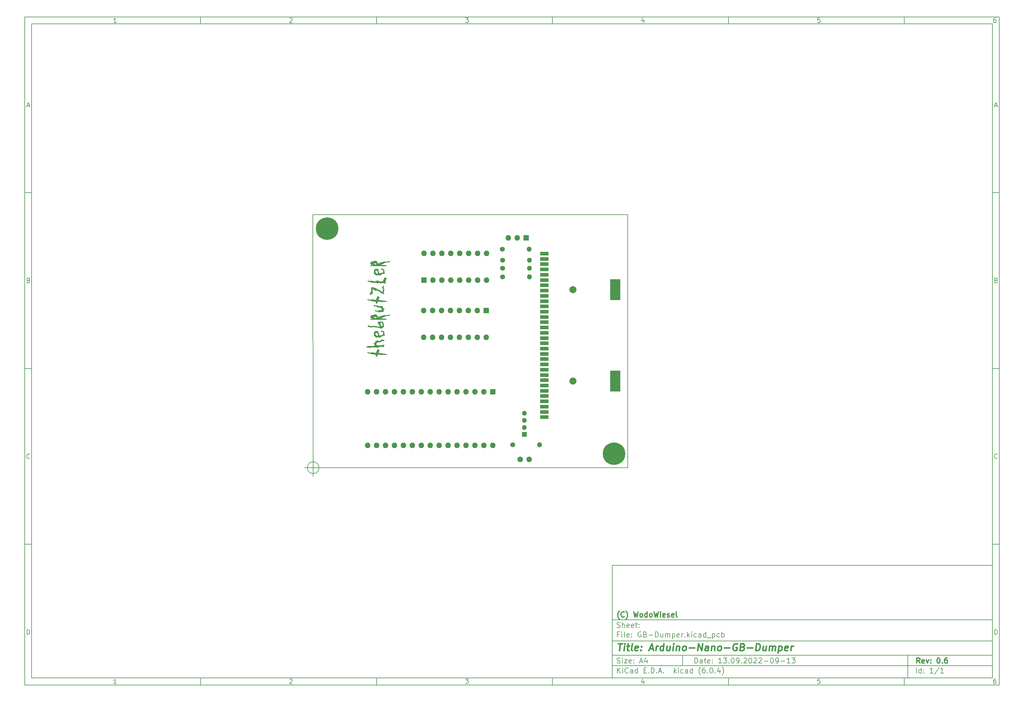
<source format=gbr>
%TF.GenerationSoftware,KiCad,Pcbnew,(6.0.4)*%
%TF.CreationDate,2022-10-03T14:38:54+02:00*%
%TF.ProjectId,GB-Dumper,47422d44-756d-4706-9572-2e6b69636164,0.6*%
%TF.SameCoordinates,PX57bcf00PY83cc3c0*%
%TF.FileFunction,Soldermask,Top*%
%TF.FilePolarity,Negative*%
%FSLAX46Y46*%
G04 Gerber Fmt 4.6, Leading zero omitted, Abs format (unit mm)*
G04 Created by KiCad (PCBNEW (6.0.4)) date 2022-10-03 14:38:54*
%MOMM*%
%LPD*%
G01*
G04 APERTURE LIST*
%ADD10C,0.100000*%
%ADD11C,0.150000*%
%ADD12C,0.300000*%
%ADD13C,0.400000*%
%TA.AperFunction,Profile*%
%ADD14C,0.150000*%
%TD*%
%ADD15C,0.010000*%
%ADD16C,2.000000*%
%ADD17R,2.400000X1.000000*%
%ADD18R,3.000000X6.000000*%
%ADD19C,1.600000*%
%ADD20O,1.600000X1.600000*%
%ADD21R,1.600000X1.600000*%
%ADD22C,1.400000*%
%ADD23O,1.400000X1.400000*%
%ADD24R,1.350000X1.350000*%
%ADD25O,1.350000X1.350000*%
%ADD26C,0.800000*%
%ADD27C,6.400000*%
G04 APERTURE END LIST*
D10*
D11*
X85002200Y-27807200D02*
X85002200Y-59807200D01*
X193002200Y-59807200D01*
X193002200Y-27807200D01*
X85002200Y-27807200D01*
D10*
D11*
X-82000000Y128200000D02*
X-82000000Y-61807200D01*
X195002200Y-61807200D01*
X195002200Y128200000D01*
X-82000000Y128200000D01*
D10*
D11*
X-80000000Y126200000D02*
X-80000000Y-59807200D01*
X193002200Y-59807200D01*
X193002200Y126200000D01*
X-80000000Y126200000D01*
D10*
D11*
X-32000000Y126200000D02*
X-32000000Y128200000D01*
D10*
D11*
X18000000Y126200000D02*
X18000000Y128200000D01*
D10*
D11*
X68000000Y126200000D02*
X68000000Y128200000D01*
D10*
D11*
X118000000Y126200000D02*
X118000000Y128200000D01*
D10*
D11*
X168000000Y126200000D02*
X168000000Y128200000D01*
D10*
D11*
X-55934524Y126611905D02*
X-56677381Y126611905D01*
X-56305953Y126611905D02*
X-56305953Y127911905D01*
X-56429762Y127726191D01*
X-56553572Y127602381D01*
X-56677381Y127540477D01*
D10*
D11*
X-6677381Y127788096D02*
X-6615477Y127850000D01*
X-6491667Y127911905D01*
X-6182143Y127911905D01*
X-6058334Y127850000D01*
X-5996429Y127788096D01*
X-5934524Y127664286D01*
X-5934524Y127540477D01*
X-5996429Y127354762D01*
X-6739286Y126611905D01*
X-5934524Y126611905D01*
D10*
D11*
X43260714Y127911905D02*
X44065476Y127911905D01*
X43632142Y127416667D01*
X43817857Y127416667D01*
X43941666Y127354762D01*
X44003571Y127292858D01*
X44065476Y127169048D01*
X44065476Y126859524D01*
X44003571Y126735715D01*
X43941666Y126673810D01*
X43817857Y126611905D01*
X43446428Y126611905D01*
X43322619Y126673810D01*
X43260714Y126735715D01*
D10*
D11*
X93941666Y127478572D02*
X93941666Y126611905D01*
X93632142Y127973810D02*
X93322619Y127045239D01*
X94127380Y127045239D01*
D10*
D11*
X144003571Y127911905D02*
X143384523Y127911905D01*
X143322619Y127292858D01*
X143384523Y127354762D01*
X143508333Y127416667D01*
X143817857Y127416667D01*
X143941666Y127354762D01*
X144003571Y127292858D01*
X144065476Y127169048D01*
X144065476Y126859524D01*
X144003571Y126735715D01*
X143941666Y126673810D01*
X143817857Y126611905D01*
X143508333Y126611905D01*
X143384523Y126673810D01*
X143322619Y126735715D01*
D10*
D11*
X193941666Y127911905D02*
X193694047Y127911905D01*
X193570238Y127850000D01*
X193508333Y127788096D01*
X193384523Y127602381D01*
X193322619Y127354762D01*
X193322619Y126859524D01*
X193384523Y126735715D01*
X193446428Y126673810D01*
X193570238Y126611905D01*
X193817857Y126611905D01*
X193941666Y126673810D01*
X194003571Y126735715D01*
X194065476Y126859524D01*
X194065476Y127169048D01*
X194003571Y127292858D01*
X193941666Y127354762D01*
X193817857Y127416667D01*
X193570238Y127416667D01*
X193446428Y127354762D01*
X193384523Y127292858D01*
X193322619Y127169048D01*
D10*
D11*
X-32000000Y-59807200D02*
X-32000000Y-61807200D01*
D10*
D11*
X18000000Y-59807200D02*
X18000000Y-61807200D01*
D10*
D11*
X68000000Y-59807200D02*
X68000000Y-61807200D01*
D10*
D11*
X118000000Y-59807200D02*
X118000000Y-61807200D01*
D10*
D11*
X168000000Y-59807200D02*
X168000000Y-61807200D01*
D10*
D11*
X-55934524Y-61395295D02*
X-56677381Y-61395295D01*
X-56305953Y-61395295D02*
X-56305953Y-60095295D01*
X-56429762Y-60281009D01*
X-56553572Y-60404819D01*
X-56677381Y-60466723D01*
D10*
D11*
X-6677381Y-60219104D02*
X-6615477Y-60157200D01*
X-6491667Y-60095295D01*
X-6182143Y-60095295D01*
X-6058334Y-60157200D01*
X-5996429Y-60219104D01*
X-5934524Y-60342914D01*
X-5934524Y-60466723D01*
X-5996429Y-60652438D01*
X-6739286Y-61395295D01*
X-5934524Y-61395295D01*
D10*
D11*
X43260714Y-60095295D02*
X44065476Y-60095295D01*
X43632142Y-60590533D01*
X43817857Y-60590533D01*
X43941666Y-60652438D01*
X44003571Y-60714342D01*
X44065476Y-60838152D01*
X44065476Y-61147676D01*
X44003571Y-61271485D01*
X43941666Y-61333390D01*
X43817857Y-61395295D01*
X43446428Y-61395295D01*
X43322619Y-61333390D01*
X43260714Y-61271485D01*
D10*
D11*
X93941666Y-60528628D02*
X93941666Y-61395295D01*
X93632142Y-60033390D02*
X93322619Y-60961961D01*
X94127380Y-60961961D01*
D10*
D11*
X144003571Y-60095295D02*
X143384523Y-60095295D01*
X143322619Y-60714342D01*
X143384523Y-60652438D01*
X143508333Y-60590533D01*
X143817857Y-60590533D01*
X143941666Y-60652438D01*
X144003571Y-60714342D01*
X144065476Y-60838152D01*
X144065476Y-61147676D01*
X144003571Y-61271485D01*
X143941666Y-61333390D01*
X143817857Y-61395295D01*
X143508333Y-61395295D01*
X143384523Y-61333390D01*
X143322619Y-61271485D01*
D10*
D11*
X193941666Y-60095295D02*
X193694047Y-60095295D01*
X193570238Y-60157200D01*
X193508333Y-60219104D01*
X193384523Y-60404819D01*
X193322619Y-60652438D01*
X193322619Y-61147676D01*
X193384523Y-61271485D01*
X193446428Y-61333390D01*
X193570238Y-61395295D01*
X193817857Y-61395295D01*
X193941666Y-61333390D01*
X194003571Y-61271485D01*
X194065476Y-61147676D01*
X194065476Y-60838152D01*
X194003571Y-60714342D01*
X193941666Y-60652438D01*
X193817857Y-60590533D01*
X193570238Y-60590533D01*
X193446428Y-60652438D01*
X193384523Y-60714342D01*
X193322619Y-60838152D01*
D10*
D11*
X-82000000Y78200000D02*
X-80000000Y78200000D01*
D10*
D11*
X-82000000Y28200000D02*
X-80000000Y28200000D01*
D10*
D11*
X-82000000Y-21800000D02*
X-80000000Y-21800000D01*
D10*
D11*
X-81309524Y102983334D02*
X-80690477Y102983334D01*
X-81433334Y102611905D02*
X-81000000Y103911905D01*
X-80566667Y102611905D01*
D10*
D11*
X-80907143Y53292858D02*
X-80721429Y53230953D01*
X-80659524Y53169048D01*
X-80597620Y53045239D01*
X-80597620Y52859524D01*
X-80659524Y52735715D01*
X-80721429Y52673810D01*
X-80845239Y52611905D01*
X-81340477Y52611905D01*
X-81340477Y53911905D01*
X-80907143Y53911905D01*
X-80783334Y53850000D01*
X-80721429Y53788096D01*
X-80659524Y53664286D01*
X-80659524Y53540477D01*
X-80721429Y53416667D01*
X-80783334Y53354762D01*
X-80907143Y53292858D01*
X-81340477Y53292858D01*
D10*
D11*
X-80597620Y2735715D02*
X-80659524Y2673810D01*
X-80845239Y2611905D01*
X-80969048Y2611905D01*
X-81154762Y2673810D01*
X-81278572Y2797620D01*
X-81340477Y2921429D01*
X-81402381Y3169048D01*
X-81402381Y3354762D01*
X-81340477Y3602381D01*
X-81278572Y3726191D01*
X-81154762Y3850000D01*
X-80969048Y3911905D01*
X-80845239Y3911905D01*
X-80659524Y3850000D01*
X-80597620Y3788096D01*
D10*
D11*
X-81340477Y-47388095D02*
X-81340477Y-46088095D01*
X-81030953Y-46088095D01*
X-80845239Y-46150000D01*
X-80721429Y-46273809D01*
X-80659524Y-46397619D01*
X-80597620Y-46645238D01*
X-80597620Y-46830952D01*
X-80659524Y-47078571D01*
X-80721429Y-47202380D01*
X-80845239Y-47326190D01*
X-81030953Y-47388095D01*
X-81340477Y-47388095D01*
D10*
D11*
X195002200Y78200000D02*
X193002200Y78200000D01*
D10*
D11*
X195002200Y28200000D02*
X193002200Y28200000D01*
D10*
D11*
X195002200Y-21800000D02*
X193002200Y-21800000D01*
D10*
D11*
X193692676Y102983334D02*
X194311723Y102983334D01*
X193568866Y102611905D02*
X194002200Y103911905D01*
X194435533Y102611905D01*
D10*
D11*
X194095057Y53292858D02*
X194280771Y53230953D01*
X194342676Y53169048D01*
X194404580Y53045239D01*
X194404580Y52859524D01*
X194342676Y52735715D01*
X194280771Y52673810D01*
X194156961Y52611905D01*
X193661723Y52611905D01*
X193661723Y53911905D01*
X194095057Y53911905D01*
X194218866Y53850000D01*
X194280771Y53788096D01*
X194342676Y53664286D01*
X194342676Y53540477D01*
X194280771Y53416667D01*
X194218866Y53354762D01*
X194095057Y53292858D01*
X193661723Y53292858D01*
D10*
D11*
X194404580Y2735715D02*
X194342676Y2673810D01*
X194156961Y2611905D01*
X194033152Y2611905D01*
X193847438Y2673810D01*
X193723628Y2797620D01*
X193661723Y2921429D01*
X193599819Y3169048D01*
X193599819Y3354762D01*
X193661723Y3602381D01*
X193723628Y3726191D01*
X193847438Y3850000D01*
X194033152Y3911905D01*
X194156961Y3911905D01*
X194342676Y3850000D01*
X194404580Y3788096D01*
D10*
D11*
X193661723Y-47388095D02*
X193661723Y-46088095D01*
X193971247Y-46088095D01*
X194156961Y-46150000D01*
X194280771Y-46273809D01*
X194342676Y-46397619D01*
X194404580Y-46645238D01*
X194404580Y-46830952D01*
X194342676Y-47078571D01*
X194280771Y-47202380D01*
X194156961Y-47326190D01*
X193971247Y-47388095D01*
X193661723Y-47388095D01*
D10*
D11*
X108434342Y-55585771D02*
X108434342Y-54085771D01*
X108791485Y-54085771D01*
X109005771Y-54157200D01*
X109148628Y-54300057D01*
X109220057Y-54442914D01*
X109291485Y-54728628D01*
X109291485Y-54942914D01*
X109220057Y-55228628D01*
X109148628Y-55371485D01*
X109005771Y-55514342D01*
X108791485Y-55585771D01*
X108434342Y-55585771D01*
X110577200Y-55585771D02*
X110577200Y-54800057D01*
X110505771Y-54657200D01*
X110362914Y-54585771D01*
X110077200Y-54585771D01*
X109934342Y-54657200D01*
X110577200Y-55514342D02*
X110434342Y-55585771D01*
X110077200Y-55585771D01*
X109934342Y-55514342D01*
X109862914Y-55371485D01*
X109862914Y-55228628D01*
X109934342Y-55085771D01*
X110077200Y-55014342D01*
X110434342Y-55014342D01*
X110577200Y-54942914D01*
X111077200Y-54585771D02*
X111648628Y-54585771D01*
X111291485Y-54085771D02*
X111291485Y-55371485D01*
X111362914Y-55514342D01*
X111505771Y-55585771D01*
X111648628Y-55585771D01*
X112720057Y-55514342D02*
X112577200Y-55585771D01*
X112291485Y-55585771D01*
X112148628Y-55514342D01*
X112077200Y-55371485D01*
X112077200Y-54800057D01*
X112148628Y-54657200D01*
X112291485Y-54585771D01*
X112577200Y-54585771D01*
X112720057Y-54657200D01*
X112791485Y-54800057D01*
X112791485Y-54942914D01*
X112077200Y-55085771D01*
X113434342Y-55442914D02*
X113505771Y-55514342D01*
X113434342Y-55585771D01*
X113362914Y-55514342D01*
X113434342Y-55442914D01*
X113434342Y-55585771D01*
X113434342Y-54657200D02*
X113505771Y-54728628D01*
X113434342Y-54800057D01*
X113362914Y-54728628D01*
X113434342Y-54657200D01*
X113434342Y-54800057D01*
X116077200Y-55585771D02*
X115220057Y-55585771D01*
X115648628Y-55585771D02*
X115648628Y-54085771D01*
X115505771Y-54300057D01*
X115362914Y-54442914D01*
X115220057Y-54514342D01*
X116577200Y-54085771D02*
X117505771Y-54085771D01*
X117005771Y-54657200D01*
X117220057Y-54657200D01*
X117362914Y-54728628D01*
X117434342Y-54800057D01*
X117505771Y-54942914D01*
X117505771Y-55300057D01*
X117434342Y-55442914D01*
X117362914Y-55514342D01*
X117220057Y-55585771D01*
X116791485Y-55585771D01*
X116648628Y-55514342D01*
X116577200Y-55442914D01*
X118148628Y-55442914D02*
X118220057Y-55514342D01*
X118148628Y-55585771D01*
X118077200Y-55514342D01*
X118148628Y-55442914D01*
X118148628Y-55585771D01*
X119148628Y-54085771D02*
X119291485Y-54085771D01*
X119434342Y-54157200D01*
X119505771Y-54228628D01*
X119577200Y-54371485D01*
X119648628Y-54657200D01*
X119648628Y-55014342D01*
X119577200Y-55300057D01*
X119505771Y-55442914D01*
X119434342Y-55514342D01*
X119291485Y-55585771D01*
X119148628Y-55585771D01*
X119005771Y-55514342D01*
X118934342Y-55442914D01*
X118862914Y-55300057D01*
X118791485Y-55014342D01*
X118791485Y-54657200D01*
X118862914Y-54371485D01*
X118934342Y-54228628D01*
X119005771Y-54157200D01*
X119148628Y-54085771D01*
X120362914Y-55585771D02*
X120648628Y-55585771D01*
X120791485Y-55514342D01*
X120862914Y-55442914D01*
X121005771Y-55228628D01*
X121077200Y-54942914D01*
X121077200Y-54371485D01*
X121005771Y-54228628D01*
X120934342Y-54157200D01*
X120791485Y-54085771D01*
X120505771Y-54085771D01*
X120362914Y-54157200D01*
X120291485Y-54228628D01*
X120220057Y-54371485D01*
X120220057Y-54728628D01*
X120291485Y-54871485D01*
X120362914Y-54942914D01*
X120505771Y-55014342D01*
X120791485Y-55014342D01*
X120934342Y-54942914D01*
X121005771Y-54871485D01*
X121077200Y-54728628D01*
X121720057Y-55442914D02*
X121791485Y-55514342D01*
X121720057Y-55585771D01*
X121648628Y-55514342D01*
X121720057Y-55442914D01*
X121720057Y-55585771D01*
X122362914Y-54228628D02*
X122434342Y-54157200D01*
X122577200Y-54085771D01*
X122934342Y-54085771D01*
X123077200Y-54157200D01*
X123148628Y-54228628D01*
X123220057Y-54371485D01*
X123220057Y-54514342D01*
X123148628Y-54728628D01*
X122291485Y-55585771D01*
X123220057Y-55585771D01*
X124148628Y-54085771D02*
X124291485Y-54085771D01*
X124434342Y-54157200D01*
X124505771Y-54228628D01*
X124577200Y-54371485D01*
X124648628Y-54657200D01*
X124648628Y-55014342D01*
X124577200Y-55300057D01*
X124505771Y-55442914D01*
X124434342Y-55514342D01*
X124291485Y-55585771D01*
X124148628Y-55585771D01*
X124005771Y-55514342D01*
X123934342Y-55442914D01*
X123862914Y-55300057D01*
X123791485Y-55014342D01*
X123791485Y-54657200D01*
X123862914Y-54371485D01*
X123934342Y-54228628D01*
X124005771Y-54157200D01*
X124148628Y-54085771D01*
X125220057Y-54228628D02*
X125291485Y-54157200D01*
X125434342Y-54085771D01*
X125791485Y-54085771D01*
X125934342Y-54157200D01*
X126005771Y-54228628D01*
X126077200Y-54371485D01*
X126077200Y-54514342D01*
X126005771Y-54728628D01*
X125148628Y-55585771D01*
X126077200Y-55585771D01*
X126648628Y-54228628D02*
X126720057Y-54157200D01*
X126862914Y-54085771D01*
X127220057Y-54085771D01*
X127362914Y-54157200D01*
X127434342Y-54228628D01*
X127505771Y-54371485D01*
X127505771Y-54514342D01*
X127434342Y-54728628D01*
X126577200Y-55585771D01*
X127505771Y-55585771D01*
X128148628Y-55014342D02*
X129291485Y-55014342D01*
X130291485Y-54085771D02*
X130434342Y-54085771D01*
X130577200Y-54157200D01*
X130648628Y-54228628D01*
X130720057Y-54371485D01*
X130791485Y-54657200D01*
X130791485Y-55014342D01*
X130720057Y-55300057D01*
X130648628Y-55442914D01*
X130577200Y-55514342D01*
X130434342Y-55585771D01*
X130291485Y-55585771D01*
X130148628Y-55514342D01*
X130077200Y-55442914D01*
X130005771Y-55300057D01*
X129934342Y-55014342D01*
X129934342Y-54657200D01*
X130005771Y-54371485D01*
X130077200Y-54228628D01*
X130148628Y-54157200D01*
X130291485Y-54085771D01*
X131505771Y-55585771D02*
X131791485Y-55585771D01*
X131934342Y-55514342D01*
X132005771Y-55442914D01*
X132148628Y-55228628D01*
X132220057Y-54942914D01*
X132220057Y-54371485D01*
X132148628Y-54228628D01*
X132077200Y-54157200D01*
X131934342Y-54085771D01*
X131648628Y-54085771D01*
X131505771Y-54157200D01*
X131434342Y-54228628D01*
X131362914Y-54371485D01*
X131362914Y-54728628D01*
X131434342Y-54871485D01*
X131505771Y-54942914D01*
X131648628Y-55014342D01*
X131934342Y-55014342D01*
X132077200Y-54942914D01*
X132148628Y-54871485D01*
X132220057Y-54728628D01*
X132862914Y-55014342D02*
X134005771Y-55014342D01*
X135505771Y-55585771D02*
X134648628Y-55585771D01*
X135077200Y-55585771D02*
X135077200Y-54085771D01*
X134934342Y-54300057D01*
X134791485Y-54442914D01*
X134648628Y-54514342D01*
X136005771Y-54085771D02*
X136934342Y-54085771D01*
X136434342Y-54657200D01*
X136648628Y-54657200D01*
X136791485Y-54728628D01*
X136862914Y-54800057D01*
X136934342Y-54942914D01*
X136934342Y-55300057D01*
X136862914Y-55442914D01*
X136791485Y-55514342D01*
X136648628Y-55585771D01*
X136220057Y-55585771D01*
X136077200Y-55514342D01*
X136005771Y-55442914D01*
D10*
D11*
X85002200Y-56307200D02*
X193002200Y-56307200D01*
D10*
D11*
X86434342Y-58385771D02*
X86434342Y-56885771D01*
X87291485Y-58385771D02*
X86648628Y-57528628D01*
X87291485Y-56885771D02*
X86434342Y-57742914D01*
X87934342Y-58385771D02*
X87934342Y-57385771D01*
X87934342Y-56885771D02*
X87862914Y-56957200D01*
X87934342Y-57028628D01*
X88005771Y-56957200D01*
X87934342Y-56885771D01*
X87934342Y-57028628D01*
X89505771Y-58242914D02*
X89434342Y-58314342D01*
X89220057Y-58385771D01*
X89077200Y-58385771D01*
X88862914Y-58314342D01*
X88720057Y-58171485D01*
X88648628Y-58028628D01*
X88577200Y-57742914D01*
X88577200Y-57528628D01*
X88648628Y-57242914D01*
X88720057Y-57100057D01*
X88862914Y-56957200D01*
X89077200Y-56885771D01*
X89220057Y-56885771D01*
X89434342Y-56957200D01*
X89505771Y-57028628D01*
X90791485Y-58385771D02*
X90791485Y-57600057D01*
X90720057Y-57457200D01*
X90577200Y-57385771D01*
X90291485Y-57385771D01*
X90148628Y-57457200D01*
X90791485Y-58314342D02*
X90648628Y-58385771D01*
X90291485Y-58385771D01*
X90148628Y-58314342D01*
X90077200Y-58171485D01*
X90077200Y-58028628D01*
X90148628Y-57885771D01*
X90291485Y-57814342D01*
X90648628Y-57814342D01*
X90791485Y-57742914D01*
X92148628Y-58385771D02*
X92148628Y-56885771D01*
X92148628Y-58314342D02*
X92005771Y-58385771D01*
X91720057Y-58385771D01*
X91577200Y-58314342D01*
X91505771Y-58242914D01*
X91434342Y-58100057D01*
X91434342Y-57671485D01*
X91505771Y-57528628D01*
X91577200Y-57457200D01*
X91720057Y-57385771D01*
X92005771Y-57385771D01*
X92148628Y-57457200D01*
X94005771Y-57600057D02*
X94505771Y-57600057D01*
X94720057Y-58385771D02*
X94005771Y-58385771D01*
X94005771Y-56885771D01*
X94720057Y-56885771D01*
X95362914Y-58242914D02*
X95434342Y-58314342D01*
X95362914Y-58385771D01*
X95291485Y-58314342D01*
X95362914Y-58242914D01*
X95362914Y-58385771D01*
X96077200Y-58385771D02*
X96077200Y-56885771D01*
X96434342Y-56885771D01*
X96648628Y-56957200D01*
X96791485Y-57100057D01*
X96862914Y-57242914D01*
X96934342Y-57528628D01*
X96934342Y-57742914D01*
X96862914Y-58028628D01*
X96791485Y-58171485D01*
X96648628Y-58314342D01*
X96434342Y-58385771D01*
X96077200Y-58385771D01*
X97577200Y-58242914D02*
X97648628Y-58314342D01*
X97577200Y-58385771D01*
X97505771Y-58314342D01*
X97577200Y-58242914D01*
X97577200Y-58385771D01*
X98220057Y-57957200D02*
X98934342Y-57957200D01*
X98077200Y-58385771D02*
X98577200Y-56885771D01*
X99077200Y-58385771D01*
X99577200Y-58242914D02*
X99648628Y-58314342D01*
X99577200Y-58385771D01*
X99505771Y-58314342D01*
X99577200Y-58242914D01*
X99577200Y-58385771D01*
X102577200Y-58385771D02*
X102577200Y-56885771D01*
X102720057Y-57814342D02*
X103148628Y-58385771D01*
X103148628Y-57385771D02*
X102577200Y-57957200D01*
X103791485Y-58385771D02*
X103791485Y-57385771D01*
X103791485Y-56885771D02*
X103720057Y-56957200D01*
X103791485Y-57028628D01*
X103862914Y-56957200D01*
X103791485Y-56885771D01*
X103791485Y-57028628D01*
X105148628Y-58314342D02*
X105005771Y-58385771D01*
X104720057Y-58385771D01*
X104577200Y-58314342D01*
X104505771Y-58242914D01*
X104434342Y-58100057D01*
X104434342Y-57671485D01*
X104505771Y-57528628D01*
X104577200Y-57457200D01*
X104720057Y-57385771D01*
X105005771Y-57385771D01*
X105148628Y-57457200D01*
X106434342Y-58385771D02*
X106434342Y-57600057D01*
X106362914Y-57457200D01*
X106220057Y-57385771D01*
X105934342Y-57385771D01*
X105791485Y-57457200D01*
X106434342Y-58314342D02*
X106291485Y-58385771D01*
X105934342Y-58385771D01*
X105791485Y-58314342D01*
X105720057Y-58171485D01*
X105720057Y-58028628D01*
X105791485Y-57885771D01*
X105934342Y-57814342D01*
X106291485Y-57814342D01*
X106434342Y-57742914D01*
X107791485Y-58385771D02*
X107791485Y-56885771D01*
X107791485Y-58314342D02*
X107648628Y-58385771D01*
X107362914Y-58385771D01*
X107220057Y-58314342D01*
X107148628Y-58242914D01*
X107077200Y-58100057D01*
X107077200Y-57671485D01*
X107148628Y-57528628D01*
X107220057Y-57457200D01*
X107362914Y-57385771D01*
X107648628Y-57385771D01*
X107791485Y-57457200D01*
X110077200Y-58957200D02*
X110005771Y-58885771D01*
X109862914Y-58671485D01*
X109791485Y-58528628D01*
X109720057Y-58314342D01*
X109648628Y-57957200D01*
X109648628Y-57671485D01*
X109720057Y-57314342D01*
X109791485Y-57100057D01*
X109862914Y-56957200D01*
X110005771Y-56742914D01*
X110077200Y-56671485D01*
X111291485Y-56885771D02*
X111005771Y-56885771D01*
X110862914Y-56957200D01*
X110791485Y-57028628D01*
X110648628Y-57242914D01*
X110577200Y-57528628D01*
X110577200Y-58100057D01*
X110648628Y-58242914D01*
X110720057Y-58314342D01*
X110862914Y-58385771D01*
X111148628Y-58385771D01*
X111291485Y-58314342D01*
X111362914Y-58242914D01*
X111434342Y-58100057D01*
X111434342Y-57742914D01*
X111362914Y-57600057D01*
X111291485Y-57528628D01*
X111148628Y-57457200D01*
X110862914Y-57457200D01*
X110720057Y-57528628D01*
X110648628Y-57600057D01*
X110577200Y-57742914D01*
X112077200Y-58242914D02*
X112148628Y-58314342D01*
X112077200Y-58385771D01*
X112005771Y-58314342D01*
X112077200Y-58242914D01*
X112077200Y-58385771D01*
X113077200Y-56885771D02*
X113220057Y-56885771D01*
X113362914Y-56957200D01*
X113434342Y-57028628D01*
X113505771Y-57171485D01*
X113577200Y-57457200D01*
X113577200Y-57814342D01*
X113505771Y-58100057D01*
X113434342Y-58242914D01*
X113362914Y-58314342D01*
X113220057Y-58385771D01*
X113077200Y-58385771D01*
X112934342Y-58314342D01*
X112862914Y-58242914D01*
X112791485Y-58100057D01*
X112720057Y-57814342D01*
X112720057Y-57457200D01*
X112791485Y-57171485D01*
X112862914Y-57028628D01*
X112934342Y-56957200D01*
X113077200Y-56885771D01*
X114220057Y-58242914D02*
X114291485Y-58314342D01*
X114220057Y-58385771D01*
X114148628Y-58314342D01*
X114220057Y-58242914D01*
X114220057Y-58385771D01*
X115577200Y-57385771D02*
X115577200Y-58385771D01*
X115220057Y-56814342D02*
X114862914Y-57885771D01*
X115791485Y-57885771D01*
X116220057Y-58957200D02*
X116291485Y-58885771D01*
X116434342Y-58671485D01*
X116505771Y-58528628D01*
X116577200Y-58314342D01*
X116648628Y-57957200D01*
X116648628Y-57671485D01*
X116577200Y-57314342D01*
X116505771Y-57100057D01*
X116434342Y-56957200D01*
X116291485Y-56742914D01*
X116220057Y-56671485D01*
D10*
D11*
X85002200Y-53307200D02*
X193002200Y-53307200D01*
D10*
D12*
X172411485Y-55585771D02*
X171911485Y-54871485D01*
X171554342Y-55585771D02*
X171554342Y-54085771D01*
X172125771Y-54085771D01*
X172268628Y-54157200D01*
X172340057Y-54228628D01*
X172411485Y-54371485D01*
X172411485Y-54585771D01*
X172340057Y-54728628D01*
X172268628Y-54800057D01*
X172125771Y-54871485D01*
X171554342Y-54871485D01*
X173625771Y-55514342D02*
X173482914Y-55585771D01*
X173197200Y-55585771D01*
X173054342Y-55514342D01*
X172982914Y-55371485D01*
X172982914Y-54800057D01*
X173054342Y-54657200D01*
X173197200Y-54585771D01*
X173482914Y-54585771D01*
X173625771Y-54657200D01*
X173697200Y-54800057D01*
X173697200Y-54942914D01*
X172982914Y-55085771D01*
X174197200Y-54585771D02*
X174554342Y-55585771D01*
X174911485Y-54585771D01*
X175482914Y-55442914D02*
X175554342Y-55514342D01*
X175482914Y-55585771D01*
X175411485Y-55514342D01*
X175482914Y-55442914D01*
X175482914Y-55585771D01*
X175482914Y-54657200D02*
X175554342Y-54728628D01*
X175482914Y-54800057D01*
X175411485Y-54728628D01*
X175482914Y-54657200D01*
X175482914Y-54800057D01*
X177625771Y-54085771D02*
X177768628Y-54085771D01*
X177911485Y-54157200D01*
X177982914Y-54228628D01*
X178054342Y-54371485D01*
X178125771Y-54657200D01*
X178125771Y-55014342D01*
X178054342Y-55300057D01*
X177982914Y-55442914D01*
X177911485Y-55514342D01*
X177768628Y-55585771D01*
X177625771Y-55585771D01*
X177482914Y-55514342D01*
X177411485Y-55442914D01*
X177340057Y-55300057D01*
X177268628Y-55014342D01*
X177268628Y-54657200D01*
X177340057Y-54371485D01*
X177411485Y-54228628D01*
X177482914Y-54157200D01*
X177625771Y-54085771D01*
X178768628Y-55442914D02*
X178840057Y-55514342D01*
X178768628Y-55585771D01*
X178697200Y-55514342D01*
X178768628Y-55442914D01*
X178768628Y-55585771D01*
X180125771Y-54085771D02*
X179840057Y-54085771D01*
X179697200Y-54157200D01*
X179625771Y-54228628D01*
X179482914Y-54442914D01*
X179411485Y-54728628D01*
X179411485Y-55300057D01*
X179482914Y-55442914D01*
X179554342Y-55514342D01*
X179697200Y-55585771D01*
X179982914Y-55585771D01*
X180125771Y-55514342D01*
X180197200Y-55442914D01*
X180268628Y-55300057D01*
X180268628Y-54942914D01*
X180197200Y-54800057D01*
X180125771Y-54728628D01*
X179982914Y-54657200D01*
X179697200Y-54657200D01*
X179554342Y-54728628D01*
X179482914Y-54800057D01*
X179411485Y-54942914D01*
D10*
D11*
X86362914Y-55514342D02*
X86577200Y-55585771D01*
X86934342Y-55585771D01*
X87077200Y-55514342D01*
X87148628Y-55442914D01*
X87220057Y-55300057D01*
X87220057Y-55157200D01*
X87148628Y-55014342D01*
X87077200Y-54942914D01*
X86934342Y-54871485D01*
X86648628Y-54800057D01*
X86505771Y-54728628D01*
X86434342Y-54657200D01*
X86362914Y-54514342D01*
X86362914Y-54371485D01*
X86434342Y-54228628D01*
X86505771Y-54157200D01*
X86648628Y-54085771D01*
X87005771Y-54085771D01*
X87220057Y-54157200D01*
X87862914Y-55585771D02*
X87862914Y-54585771D01*
X87862914Y-54085771D02*
X87791485Y-54157200D01*
X87862914Y-54228628D01*
X87934342Y-54157200D01*
X87862914Y-54085771D01*
X87862914Y-54228628D01*
X88434342Y-54585771D02*
X89220057Y-54585771D01*
X88434342Y-55585771D01*
X89220057Y-55585771D01*
X90362914Y-55514342D02*
X90220057Y-55585771D01*
X89934342Y-55585771D01*
X89791485Y-55514342D01*
X89720057Y-55371485D01*
X89720057Y-54800057D01*
X89791485Y-54657200D01*
X89934342Y-54585771D01*
X90220057Y-54585771D01*
X90362914Y-54657200D01*
X90434342Y-54800057D01*
X90434342Y-54942914D01*
X89720057Y-55085771D01*
X91077200Y-55442914D02*
X91148628Y-55514342D01*
X91077200Y-55585771D01*
X91005771Y-55514342D01*
X91077200Y-55442914D01*
X91077200Y-55585771D01*
X91077200Y-54657200D02*
X91148628Y-54728628D01*
X91077200Y-54800057D01*
X91005771Y-54728628D01*
X91077200Y-54657200D01*
X91077200Y-54800057D01*
X92862914Y-55157200D02*
X93577200Y-55157200D01*
X92720057Y-55585771D02*
X93220057Y-54085771D01*
X93720057Y-55585771D01*
X94862914Y-54585771D02*
X94862914Y-55585771D01*
X94505771Y-54014342D02*
X94148628Y-55085771D01*
X95077200Y-55085771D01*
D10*
D11*
X171434342Y-58385771D02*
X171434342Y-56885771D01*
X172791485Y-58385771D02*
X172791485Y-56885771D01*
X172791485Y-58314342D02*
X172648628Y-58385771D01*
X172362914Y-58385771D01*
X172220057Y-58314342D01*
X172148628Y-58242914D01*
X172077200Y-58100057D01*
X172077200Y-57671485D01*
X172148628Y-57528628D01*
X172220057Y-57457200D01*
X172362914Y-57385771D01*
X172648628Y-57385771D01*
X172791485Y-57457200D01*
X173505771Y-58242914D02*
X173577200Y-58314342D01*
X173505771Y-58385771D01*
X173434342Y-58314342D01*
X173505771Y-58242914D01*
X173505771Y-58385771D01*
X173505771Y-57457200D02*
X173577200Y-57528628D01*
X173505771Y-57600057D01*
X173434342Y-57528628D01*
X173505771Y-57457200D01*
X173505771Y-57600057D01*
X176148628Y-58385771D02*
X175291485Y-58385771D01*
X175720057Y-58385771D02*
X175720057Y-56885771D01*
X175577200Y-57100057D01*
X175434342Y-57242914D01*
X175291485Y-57314342D01*
X177862914Y-56814342D02*
X176577200Y-58742914D01*
X179148628Y-58385771D02*
X178291485Y-58385771D01*
X178720057Y-58385771D02*
X178720057Y-56885771D01*
X178577200Y-57100057D01*
X178434342Y-57242914D01*
X178291485Y-57314342D01*
D10*
D11*
X85002200Y-49307200D02*
X193002200Y-49307200D01*
D10*
D13*
X86714580Y-50011961D02*
X87857438Y-50011961D01*
X87036009Y-52011961D02*
X87286009Y-50011961D01*
X88274104Y-52011961D02*
X88440771Y-50678628D01*
X88524104Y-50011961D02*
X88416961Y-50107200D01*
X88500295Y-50202438D01*
X88607438Y-50107200D01*
X88524104Y-50011961D01*
X88500295Y-50202438D01*
X89107438Y-50678628D02*
X89869342Y-50678628D01*
X89476485Y-50011961D02*
X89262200Y-51726247D01*
X89333628Y-51916723D01*
X89512200Y-52011961D01*
X89702676Y-52011961D01*
X90655057Y-52011961D02*
X90476485Y-51916723D01*
X90405057Y-51726247D01*
X90619342Y-50011961D01*
X92190771Y-51916723D02*
X91988390Y-52011961D01*
X91607438Y-52011961D01*
X91428866Y-51916723D01*
X91357438Y-51726247D01*
X91452676Y-50964342D01*
X91571723Y-50773866D01*
X91774104Y-50678628D01*
X92155057Y-50678628D01*
X92333628Y-50773866D01*
X92405057Y-50964342D01*
X92381247Y-51154819D01*
X91405057Y-51345295D01*
X93155057Y-51821485D02*
X93238390Y-51916723D01*
X93131247Y-52011961D01*
X93047914Y-51916723D01*
X93155057Y-51821485D01*
X93131247Y-52011961D01*
X93286009Y-50773866D02*
X93369342Y-50869104D01*
X93262200Y-50964342D01*
X93178866Y-50869104D01*
X93286009Y-50773866D01*
X93262200Y-50964342D01*
X95583628Y-51440533D02*
X96536009Y-51440533D01*
X95321723Y-52011961D02*
X96238390Y-50011961D01*
X96655057Y-52011961D01*
X97321723Y-52011961D02*
X97488390Y-50678628D01*
X97440771Y-51059580D02*
X97559819Y-50869104D01*
X97666961Y-50773866D01*
X97869342Y-50678628D01*
X98059819Y-50678628D01*
X99416961Y-52011961D02*
X99666961Y-50011961D01*
X99428866Y-51916723D02*
X99226485Y-52011961D01*
X98845533Y-52011961D01*
X98666961Y-51916723D01*
X98583628Y-51821485D01*
X98512200Y-51631009D01*
X98583628Y-51059580D01*
X98702676Y-50869104D01*
X98809819Y-50773866D01*
X99012200Y-50678628D01*
X99393152Y-50678628D01*
X99571723Y-50773866D01*
X101393152Y-50678628D02*
X101226485Y-52011961D01*
X100536009Y-50678628D02*
X100405057Y-51726247D01*
X100476485Y-51916723D01*
X100655057Y-52011961D01*
X100940771Y-52011961D01*
X101143152Y-51916723D01*
X101250295Y-51821485D01*
X102178866Y-52011961D02*
X102345533Y-50678628D01*
X102428866Y-50011961D02*
X102321723Y-50107200D01*
X102405057Y-50202438D01*
X102512200Y-50107200D01*
X102428866Y-50011961D01*
X102405057Y-50202438D01*
X103297914Y-50678628D02*
X103131247Y-52011961D01*
X103274104Y-50869104D02*
X103381247Y-50773866D01*
X103583628Y-50678628D01*
X103869342Y-50678628D01*
X104047914Y-50773866D01*
X104119342Y-50964342D01*
X103988390Y-52011961D01*
X105226485Y-52011961D02*
X105047914Y-51916723D01*
X104964580Y-51821485D01*
X104893152Y-51631009D01*
X104964580Y-51059580D01*
X105083628Y-50869104D01*
X105190771Y-50773866D01*
X105393152Y-50678628D01*
X105678866Y-50678628D01*
X105857438Y-50773866D01*
X105940771Y-50869104D01*
X106012200Y-51059580D01*
X105940771Y-51631009D01*
X105821723Y-51821485D01*
X105714580Y-51916723D01*
X105512200Y-52011961D01*
X105226485Y-52011961D01*
X106845533Y-51250057D02*
X108369342Y-51250057D01*
X109226485Y-52011961D02*
X109476485Y-50011961D01*
X110369342Y-52011961D01*
X110619342Y-50011961D01*
X112178866Y-52011961D02*
X112309819Y-50964342D01*
X112238390Y-50773866D01*
X112059819Y-50678628D01*
X111678866Y-50678628D01*
X111476485Y-50773866D01*
X112190771Y-51916723D02*
X111988390Y-52011961D01*
X111512200Y-52011961D01*
X111333628Y-51916723D01*
X111262200Y-51726247D01*
X111286009Y-51535771D01*
X111405057Y-51345295D01*
X111607438Y-51250057D01*
X112083628Y-51250057D01*
X112286009Y-51154819D01*
X113297914Y-50678628D02*
X113131247Y-52011961D01*
X113274104Y-50869104D02*
X113381247Y-50773866D01*
X113583628Y-50678628D01*
X113869342Y-50678628D01*
X114047914Y-50773866D01*
X114119342Y-50964342D01*
X113988390Y-52011961D01*
X115226485Y-52011961D02*
X115047914Y-51916723D01*
X114964580Y-51821485D01*
X114893152Y-51631009D01*
X114964580Y-51059580D01*
X115083628Y-50869104D01*
X115190771Y-50773866D01*
X115393152Y-50678628D01*
X115678866Y-50678628D01*
X115857438Y-50773866D01*
X115940771Y-50869104D01*
X116012200Y-51059580D01*
X115940771Y-51631009D01*
X115821723Y-51821485D01*
X115714580Y-51916723D01*
X115512200Y-52011961D01*
X115226485Y-52011961D01*
X116845533Y-51250057D02*
X118369342Y-51250057D01*
X120512200Y-50107200D02*
X120333628Y-50011961D01*
X120047914Y-50011961D01*
X119750295Y-50107200D01*
X119536009Y-50297676D01*
X119416961Y-50488152D01*
X119274104Y-50869104D01*
X119238390Y-51154819D01*
X119286009Y-51535771D01*
X119357438Y-51726247D01*
X119524104Y-51916723D01*
X119797914Y-52011961D01*
X119988390Y-52011961D01*
X120286009Y-51916723D01*
X120393152Y-51821485D01*
X120476485Y-51154819D01*
X120095533Y-51154819D01*
X122024104Y-50964342D02*
X122297914Y-51059580D01*
X122381247Y-51154819D01*
X122452676Y-51345295D01*
X122416961Y-51631009D01*
X122297914Y-51821485D01*
X122190771Y-51916723D01*
X121988390Y-52011961D01*
X121226485Y-52011961D01*
X121476485Y-50011961D01*
X122143152Y-50011961D01*
X122321723Y-50107200D01*
X122405057Y-50202438D01*
X122476485Y-50392914D01*
X122452676Y-50583390D01*
X122333628Y-50773866D01*
X122226485Y-50869104D01*
X122024104Y-50964342D01*
X121357438Y-50964342D01*
X123321723Y-51250057D02*
X124845533Y-51250057D01*
X125702676Y-52011961D02*
X125952676Y-50011961D01*
X126428866Y-50011961D01*
X126702676Y-50107200D01*
X126869342Y-50297676D01*
X126940771Y-50488152D01*
X126988390Y-50869104D01*
X126952676Y-51154819D01*
X126809819Y-51535771D01*
X126690771Y-51726247D01*
X126476485Y-51916723D01*
X126178866Y-52011961D01*
X125702676Y-52011961D01*
X128726485Y-50678628D02*
X128559819Y-52011961D01*
X127869342Y-50678628D02*
X127738390Y-51726247D01*
X127809819Y-51916723D01*
X127988390Y-52011961D01*
X128274104Y-52011961D01*
X128476485Y-51916723D01*
X128583628Y-51821485D01*
X129512200Y-52011961D02*
X129678866Y-50678628D01*
X129655057Y-50869104D02*
X129762200Y-50773866D01*
X129964580Y-50678628D01*
X130250295Y-50678628D01*
X130428866Y-50773866D01*
X130500295Y-50964342D01*
X130369342Y-52011961D01*
X130500295Y-50964342D02*
X130619342Y-50773866D01*
X130821723Y-50678628D01*
X131107438Y-50678628D01*
X131286009Y-50773866D01*
X131357438Y-50964342D01*
X131226485Y-52011961D01*
X132345533Y-50678628D02*
X132095533Y-52678628D01*
X132333628Y-50773866D02*
X132536009Y-50678628D01*
X132916961Y-50678628D01*
X133095533Y-50773866D01*
X133178866Y-50869104D01*
X133250295Y-51059580D01*
X133178866Y-51631009D01*
X133059819Y-51821485D01*
X132952676Y-51916723D01*
X132750295Y-52011961D01*
X132369342Y-52011961D01*
X132190771Y-51916723D01*
X134762200Y-51916723D02*
X134559819Y-52011961D01*
X134178866Y-52011961D01*
X134000295Y-51916723D01*
X133928866Y-51726247D01*
X134024104Y-50964342D01*
X134143152Y-50773866D01*
X134345533Y-50678628D01*
X134726485Y-50678628D01*
X134905057Y-50773866D01*
X134976485Y-50964342D01*
X134952676Y-51154819D01*
X133976485Y-51345295D01*
X135702676Y-52011961D02*
X135869342Y-50678628D01*
X135821723Y-51059580D02*
X135940771Y-50869104D01*
X136047914Y-50773866D01*
X136250295Y-50678628D01*
X136440771Y-50678628D01*
D10*
D11*
X86934342Y-47400057D02*
X86434342Y-47400057D01*
X86434342Y-48185771D02*
X86434342Y-46685771D01*
X87148628Y-46685771D01*
X87720057Y-48185771D02*
X87720057Y-47185771D01*
X87720057Y-46685771D02*
X87648628Y-46757200D01*
X87720057Y-46828628D01*
X87791485Y-46757200D01*
X87720057Y-46685771D01*
X87720057Y-46828628D01*
X88648628Y-48185771D02*
X88505771Y-48114342D01*
X88434342Y-47971485D01*
X88434342Y-46685771D01*
X89791485Y-48114342D02*
X89648628Y-48185771D01*
X89362914Y-48185771D01*
X89220057Y-48114342D01*
X89148628Y-47971485D01*
X89148628Y-47400057D01*
X89220057Y-47257200D01*
X89362914Y-47185771D01*
X89648628Y-47185771D01*
X89791485Y-47257200D01*
X89862914Y-47400057D01*
X89862914Y-47542914D01*
X89148628Y-47685771D01*
X90505771Y-48042914D02*
X90577200Y-48114342D01*
X90505771Y-48185771D01*
X90434342Y-48114342D01*
X90505771Y-48042914D01*
X90505771Y-48185771D01*
X90505771Y-47257200D02*
X90577200Y-47328628D01*
X90505771Y-47400057D01*
X90434342Y-47328628D01*
X90505771Y-47257200D01*
X90505771Y-47400057D01*
X93148628Y-46757200D02*
X93005771Y-46685771D01*
X92791485Y-46685771D01*
X92577200Y-46757200D01*
X92434342Y-46900057D01*
X92362914Y-47042914D01*
X92291485Y-47328628D01*
X92291485Y-47542914D01*
X92362914Y-47828628D01*
X92434342Y-47971485D01*
X92577200Y-48114342D01*
X92791485Y-48185771D01*
X92934342Y-48185771D01*
X93148628Y-48114342D01*
X93220057Y-48042914D01*
X93220057Y-47542914D01*
X92934342Y-47542914D01*
X94362914Y-47400057D02*
X94577200Y-47471485D01*
X94648628Y-47542914D01*
X94720057Y-47685771D01*
X94720057Y-47900057D01*
X94648628Y-48042914D01*
X94577200Y-48114342D01*
X94434342Y-48185771D01*
X93862914Y-48185771D01*
X93862914Y-46685771D01*
X94362914Y-46685771D01*
X94505771Y-46757200D01*
X94577200Y-46828628D01*
X94648628Y-46971485D01*
X94648628Y-47114342D01*
X94577200Y-47257200D01*
X94505771Y-47328628D01*
X94362914Y-47400057D01*
X93862914Y-47400057D01*
X95362914Y-47614342D02*
X96505771Y-47614342D01*
X97220057Y-48185771D02*
X97220057Y-46685771D01*
X97577200Y-46685771D01*
X97791485Y-46757200D01*
X97934342Y-46900057D01*
X98005771Y-47042914D01*
X98077200Y-47328628D01*
X98077200Y-47542914D01*
X98005771Y-47828628D01*
X97934342Y-47971485D01*
X97791485Y-48114342D01*
X97577200Y-48185771D01*
X97220057Y-48185771D01*
X99362914Y-47185771D02*
X99362914Y-48185771D01*
X98720057Y-47185771D02*
X98720057Y-47971485D01*
X98791485Y-48114342D01*
X98934342Y-48185771D01*
X99148628Y-48185771D01*
X99291485Y-48114342D01*
X99362914Y-48042914D01*
X100077200Y-48185771D02*
X100077200Y-47185771D01*
X100077200Y-47328628D02*
X100148628Y-47257200D01*
X100291485Y-47185771D01*
X100505771Y-47185771D01*
X100648628Y-47257200D01*
X100720057Y-47400057D01*
X100720057Y-48185771D01*
X100720057Y-47400057D02*
X100791485Y-47257200D01*
X100934342Y-47185771D01*
X101148628Y-47185771D01*
X101291485Y-47257200D01*
X101362914Y-47400057D01*
X101362914Y-48185771D01*
X102077200Y-47185771D02*
X102077200Y-48685771D01*
X102077200Y-47257200D02*
X102220057Y-47185771D01*
X102505771Y-47185771D01*
X102648628Y-47257200D01*
X102720057Y-47328628D01*
X102791485Y-47471485D01*
X102791485Y-47900057D01*
X102720057Y-48042914D01*
X102648628Y-48114342D01*
X102505771Y-48185771D01*
X102220057Y-48185771D01*
X102077200Y-48114342D01*
X104005771Y-48114342D02*
X103862914Y-48185771D01*
X103577200Y-48185771D01*
X103434342Y-48114342D01*
X103362914Y-47971485D01*
X103362914Y-47400057D01*
X103434342Y-47257200D01*
X103577200Y-47185771D01*
X103862914Y-47185771D01*
X104005771Y-47257200D01*
X104077200Y-47400057D01*
X104077200Y-47542914D01*
X103362914Y-47685771D01*
X104720057Y-48185771D02*
X104720057Y-47185771D01*
X104720057Y-47471485D02*
X104791485Y-47328628D01*
X104862914Y-47257200D01*
X105005771Y-47185771D01*
X105148628Y-47185771D01*
X105648628Y-48042914D02*
X105720057Y-48114342D01*
X105648628Y-48185771D01*
X105577200Y-48114342D01*
X105648628Y-48042914D01*
X105648628Y-48185771D01*
X106362914Y-48185771D02*
X106362914Y-46685771D01*
X106505771Y-47614342D02*
X106934342Y-48185771D01*
X106934342Y-47185771D02*
X106362914Y-47757200D01*
X107577200Y-48185771D02*
X107577200Y-47185771D01*
X107577200Y-46685771D02*
X107505771Y-46757200D01*
X107577200Y-46828628D01*
X107648628Y-46757200D01*
X107577200Y-46685771D01*
X107577200Y-46828628D01*
X108934342Y-48114342D02*
X108791485Y-48185771D01*
X108505771Y-48185771D01*
X108362914Y-48114342D01*
X108291485Y-48042914D01*
X108220057Y-47900057D01*
X108220057Y-47471485D01*
X108291485Y-47328628D01*
X108362914Y-47257200D01*
X108505771Y-47185771D01*
X108791485Y-47185771D01*
X108934342Y-47257200D01*
X110220057Y-48185771D02*
X110220057Y-47400057D01*
X110148628Y-47257200D01*
X110005771Y-47185771D01*
X109720057Y-47185771D01*
X109577200Y-47257200D01*
X110220057Y-48114342D02*
X110077200Y-48185771D01*
X109720057Y-48185771D01*
X109577200Y-48114342D01*
X109505771Y-47971485D01*
X109505771Y-47828628D01*
X109577200Y-47685771D01*
X109720057Y-47614342D01*
X110077200Y-47614342D01*
X110220057Y-47542914D01*
X111577200Y-48185771D02*
X111577200Y-46685771D01*
X111577200Y-48114342D02*
X111434342Y-48185771D01*
X111148628Y-48185771D01*
X111005771Y-48114342D01*
X110934342Y-48042914D01*
X110862914Y-47900057D01*
X110862914Y-47471485D01*
X110934342Y-47328628D01*
X111005771Y-47257200D01*
X111148628Y-47185771D01*
X111434342Y-47185771D01*
X111577200Y-47257200D01*
X111934342Y-48328628D02*
X113077200Y-48328628D01*
X113434342Y-47185771D02*
X113434342Y-48685771D01*
X113434342Y-47257200D02*
X113577200Y-47185771D01*
X113862914Y-47185771D01*
X114005771Y-47257200D01*
X114077200Y-47328628D01*
X114148628Y-47471485D01*
X114148628Y-47900057D01*
X114077200Y-48042914D01*
X114005771Y-48114342D01*
X113862914Y-48185771D01*
X113577200Y-48185771D01*
X113434342Y-48114342D01*
X115434342Y-48114342D02*
X115291485Y-48185771D01*
X115005771Y-48185771D01*
X114862914Y-48114342D01*
X114791485Y-48042914D01*
X114720057Y-47900057D01*
X114720057Y-47471485D01*
X114791485Y-47328628D01*
X114862914Y-47257200D01*
X115005771Y-47185771D01*
X115291485Y-47185771D01*
X115434342Y-47257200D01*
X116077200Y-48185771D02*
X116077200Y-46685771D01*
X116077200Y-47257200D02*
X116220057Y-47185771D01*
X116505771Y-47185771D01*
X116648628Y-47257200D01*
X116720057Y-47328628D01*
X116791485Y-47471485D01*
X116791485Y-47900057D01*
X116720057Y-48042914D01*
X116648628Y-48114342D01*
X116505771Y-48185771D01*
X116220057Y-48185771D01*
X116077200Y-48114342D01*
D10*
D11*
X85002200Y-43307200D02*
X193002200Y-43307200D01*
D10*
D11*
X86362914Y-45414342D02*
X86577200Y-45485771D01*
X86934342Y-45485771D01*
X87077200Y-45414342D01*
X87148628Y-45342914D01*
X87220057Y-45200057D01*
X87220057Y-45057200D01*
X87148628Y-44914342D01*
X87077200Y-44842914D01*
X86934342Y-44771485D01*
X86648628Y-44700057D01*
X86505771Y-44628628D01*
X86434342Y-44557200D01*
X86362914Y-44414342D01*
X86362914Y-44271485D01*
X86434342Y-44128628D01*
X86505771Y-44057200D01*
X86648628Y-43985771D01*
X87005771Y-43985771D01*
X87220057Y-44057200D01*
X87862914Y-45485771D02*
X87862914Y-43985771D01*
X88505771Y-45485771D02*
X88505771Y-44700057D01*
X88434342Y-44557200D01*
X88291485Y-44485771D01*
X88077200Y-44485771D01*
X87934342Y-44557200D01*
X87862914Y-44628628D01*
X89791485Y-45414342D02*
X89648628Y-45485771D01*
X89362914Y-45485771D01*
X89220057Y-45414342D01*
X89148628Y-45271485D01*
X89148628Y-44700057D01*
X89220057Y-44557200D01*
X89362914Y-44485771D01*
X89648628Y-44485771D01*
X89791485Y-44557200D01*
X89862914Y-44700057D01*
X89862914Y-44842914D01*
X89148628Y-44985771D01*
X91077200Y-45414342D02*
X90934342Y-45485771D01*
X90648628Y-45485771D01*
X90505771Y-45414342D01*
X90434342Y-45271485D01*
X90434342Y-44700057D01*
X90505771Y-44557200D01*
X90648628Y-44485771D01*
X90934342Y-44485771D01*
X91077200Y-44557200D01*
X91148628Y-44700057D01*
X91148628Y-44842914D01*
X90434342Y-44985771D01*
X91577200Y-44485771D02*
X92148628Y-44485771D01*
X91791485Y-43985771D02*
X91791485Y-45271485D01*
X91862914Y-45414342D01*
X92005771Y-45485771D01*
X92148628Y-45485771D01*
X92648628Y-45342914D02*
X92720057Y-45414342D01*
X92648628Y-45485771D01*
X92577200Y-45414342D01*
X92648628Y-45342914D01*
X92648628Y-45485771D01*
X92648628Y-44557200D02*
X92720057Y-44628628D01*
X92648628Y-44700057D01*
X92577200Y-44628628D01*
X92648628Y-44557200D01*
X92648628Y-44700057D01*
D10*
D12*
X86982914Y-43057200D02*
X86911485Y-42985771D01*
X86768628Y-42771485D01*
X86697200Y-42628628D01*
X86625771Y-42414342D01*
X86554342Y-42057200D01*
X86554342Y-41771485D01*
X86625771Y-41414342D01*
X86697200Y-41200057D01*
X86768628Y-41057200D01*
X86911485Y-40842914D01*
X86982914Y-40771485D01*
X88411485Y-42342914D02*
X88340057Y-42414342D01*
X88125771Y-42485771D01*
X87982914Y-42485771D01*
X87768628Y-42414342D01*
X87625771Y-42271485D01*
X87554342Y-42128628D01*
X87482914Y-41842914D01*
X87482914Y-41628628D01*
X87554342Y-41342914D01*
X87625771Y-41200057D01*
X87768628Y-41057200D01*
X87982914Y-40985771D01*
X88125771Y-40985771D01*
X88340057Y-41057200D01*
X88411485Y-41128628D01*
X88911485Y-43057200D02*
X88982914Y-42985771D01*
X89125771Y-42771485D01*
X89197200Y-42628628D01*
X89268628Y-42414342D01*
X89340057Y-42057200D01*
X89340057Y-41771485D01*
X89268628Y-41414342D01*
X89197200Y-41200057D01*
X89125771Y-41057200D01*
X88982914Y-40842914D01*
X88911485Y-40771485D01*
X91054342Y-40985771D02*
X91411485Y-42485771D01*
X91697200Y-41414342D01*
X91982914Y-42485771D01*
X92340057Y-40985771D01*
X93125771Y-42485771D02*
X92982914Y-42414342D01*
X92911485Y-42342914D01*
X92840057Y-42200057D01*
X92840057Y-41771485D01*
X92911485Y-41628628D01*
X92982914Y-41557200D01*
X93125771Y-41485771D01*
X93340057Y-41485771D01*
X93482914Y-41557200D01*
X93554342Y-41628628D01*
X93625771Y-41771485D01*
X93625771Y-42200057D01*
X93554342Y-42342914D01*
X93482914Y-42414342D01*
X93340057Y-42485771D01*
X93125771Y-42485771D01*
X94911485Y-42485771D02*
X94911485Y-40985771D01*
X94911485Y-42414342D02*
X94768628Y-42485771D01*
X94482914Y-42485771D01*
X94340057Y-42414342D01*
X94268628Y-42342914D01*
X94197200Y-42200057D01*
X94197200Y-41771485D01*
X94268628Y-41628628D01*
X94340057Y-41557200D01*
X94482914Y-41485771D01*
X94768628Y-41485771D01*
X94911485Y-41557200D01*
X95840057Y-42485771D02*
X95697200Y-42414342D01*
X95625771Y-42342914D01*
X95554342Y-42200057D01*
X95554342Y-41771485D01*
X95625771Y-41628628D01*
X95697200Y-41557200D01*
X95840057Y-41485771D01*
X96054342Y-41485771D01*
X96197200Y-41557200D01*
X96268628Y-41628628D01*
X96340057Y-41771485D01*
X96340057Y-42200057D01*
X96268628Y-42342914D01*
X96197200Y-42414342D01*
X96054342Y-42485771D01*
X95840057Y-42485771D01*
X96840057Y-40985771D02*
X97197200Y-42485771D01*
X97482914Y-41414342D01*
X97768628Y-42485771D01*
X98125771Y-40985771D01*
X98697200Y-42485771D02*
X98697200Y-41485771D01*
X98697200Y-40985771D02*
X98625771Y-41057200D01*
X98697200Y-41128628D01*
X98768628Y-41057200D01*
X98697200Y-40985771D01*
X98697200Y-41128628D01*
X99982914Y-42414342D02*
X99840057Y-42485771D01*
X99554342Y-42485771D01*
X99411485Y-42414342D01*
X99340057Y-42271485D01*
X99340057Y-41700057D01*
X99411485Y-41557200D01*
X99554342Y-41485771D01*
X99840057Y-41485771D01*
X99982914Y-41557200D01*
X100054342Y-41700057D01*
X100054342Y-41842914D01*
X99340057Y-41985771D01*
X100625771Y-42414342D02*
X100768628Y-42485771D01*
X101054342Y-42485771D01*
X101197200Y-42414342D01*
X101268628Y-42271485D01*
X101268628Y-42200057D01*
X101197200Y-42057200D01*
X101054342Y-41985771D01*
X100840057Y-41985771D01*
X100697200Y-41914342D01*
X100625771Y-41771485D01*
X100625771Y-41700057D01*
X100697200Y-41557200D01*
X100840057Y-41485771D01*
X101054342Y-41485771D01*
X101197200Y-41557200D01*
X102482914Y-42414342D02*
X102340057Y-42485771D01*
X102054342Y-42485771D01*
X101911485Y-42414342D01*
X101840057Y-42271485D01*
X101840057Y-41700057D01*
X101911485Y-41557200D01*
X102054342Y-41485771D01*
X102340057Y-41485771D01*
X102482914Y-41557200D01*
X102554342Y-41700057D01*
X102554342Y-41842914D01*
X101840057Y-41985771D01*
X103411485Y-42485771D02*
X103268628Y-42414342D01*
X103197200Y-42271485D01*
X103197200Y-40985771D01*
D10*
D11*
D10*
D11*
D10*
D11*
D10*
D11*
D10*
D11*
X105002200Y-53307200D02*
X105002200Y-56307200D01*
D10*
D11*
X169002200Y-53307200D02*
X169002200Y-59807200D01*
D14*
X89356000Y72000000D02*
X89356000Y24000D01*
X-100000Y72000000D02*
X89356000Y72000000D01*
X0Y0D02*
X-100000Y72000000D01*
X89356000Y24000D02*
X0Y0D01*
X1666666Y0D02*
G75*
G03*
X1666666Y0I-1666666J0D01*
G01*
X-2500000Y0D02*
X2500000Y0D01*
X0Y2500000D02*
X0Y-2500000D01*
%TO.C,G1*%
G36*
X20493796Y54088864D02*
G01*
X20524262Y54072493D01*
X20648762Y54017529D01*
X20717234Y54005333D01*
X20788176Y53965726D01*
X20795343Y53870188D01*
X20741960Y53753643D01*
X20688444Y53693682D01*
X20614012Y53594128D01*
X20632000Y53532533D01*
X20680171Y53465691D01*
X20670828Y53392505D01*
X20595199Y53281974D01*
X20543293Y53219018D01*
X20450896Y53093240D01*
X20427473Y52992248D01*
X20458626Y52867598D01*
X20517519Y52636925D01*
X20505805Y52490651D01*
X20425399Y52431252D01*
X20278218Y52461207D01*
X20181778Y52509555D01*
X20004648Y52567032D01*
X19763169Y52589542D01*
X19500668Y52576025D01*
X19280269Y52531589D01*
X19110374Y52498065D01*
X18969880Y52525219D01*
X18895523Y52559811D01*
X18681020Y52637005D01*
X18491381Y52643997D01*
X18353722Y52581942D01*
X18317753Y52535240D01*
X18255979Y52419814D01*
X18058770Y52541696D01*
X17861282Y52628646D01*
X17690684Y52629403D01*
X17556872Y52623548D01*
X17350429Y52637903D01*
X17109192Y52669413D01*
X17030459Y52682686D01*
X16755499Y52731367D01*
X16474574Y52780356D01*
X16241428Y52820292D01*
X16209023Y52825740D01*
X15852247Y52912175D01*
X15601343Y53034530D01*
X15499978Y53126722D01*
X15459222Y53195159D01*
X15514116Y53214695D01*
X15539529Y53215111D01*
X15664602Y53193741D01*
X15828460Y53141042D01*
X15860568Y53128148D01*
X16008357Y53075886D01*
X16116134Y53076028D01*
X16243022Y53128148D01*
X16452403Y53205239D01*
X16603470Y53194888D01*
X16666991Y53151319D01*
X16792715Y53089120D01*
X17022254Y53045796D01*
X17347937Y53022478D01*
X17566612Y53018588D01*
X17826429Y53027357D01*
X17983782Y53054536D01*
X18035521Y53099060D01*
X17980392Y53158699D01*
X17932144Y53205051D01*
X17987522Y53242948D01*
X17998143Y53247105D01*
X18106619Y53244938D01*
X18284436Y53194135D01*
X18445218Y53129055D01*
X18808748Y52995406D01*
X19142423Y52943569D01*
X19488674Y52968640D01*
X19616450Y52993735D01*
X19815200Y53043149D01*
X19919529Y53090728D01*
X19946409Y53152941D01*
X19912815Y53246257D01*
X19900657Y53269496D01*
X19880636Y53361652D01*
X19950213Y53440939D01*
X19974692Y53457676D01*
X20074318Y53565983D01*
X20157903Y53727294D01*
X20171406Y53767194D01*
X20261936Y53984796D01*
X20369701Y54092280D01*
X20493796Y54088864D01*
G37*
D15*
X20493796Y54088864D02*
X20524262Y54072493D01*
X20648762Y54017529D01*
X20717234Y54005333D01*
X20788176Y53965726D01*
X20795343Y53870188D01*
X20741960Y53753643D01*
X20688444Y53693682D01*
X20614012Y53594128D01*
X20632000Y53532533D01*
X20680171Y53465691D01*
X20670828Y53392505D01*
X20595199Y53281974D01*
X20543293Y53219018D01*
X20450896Y53093240D01*
X20427473Y52992248D01*
X20458626Y52867598D01*
X20517519Y52636925D01*
X20505805Y52490651D01*
X20425399Y52431252D01*
X20278218Y52461207D01*
X20181778Y52509555D01*
X20004648Y52567032D01*
X19763169Y52589542D01*
X19500668Y52576025D01*
X19280269Y52531589D01*
X19110374Y52498065D01*
X18969880Y52525219D01*
X18895523Y52559811D01*
X18681020Y52637005D01*
X18491381Y52643997D01*
X18353722Y52581942D01*
X18317753Y52535240D01*
X18255979Y52419814D01*
X18058770Y52541696D01*
X17861282Y52628646D01*
X17690684Y52629403D01*
X17556872Y52623548D01*
X17350429Y52637903D01*
X17109192Y52669413D01*
X17030459Y52682686D01*
X16755499Y52731367D01*
X16474574Y52780356D01*
X16241428Y52820292D01*
X16209023Y52825740D01*
X15852247Y52912175D01*
X15601343Y53034530D01*
X15499978Y53126722D01*
X15459222Y53195159D01*
X15514116Y53214695D01*
X15539529Y53215111D01*
X15664602Y53193741D01*
X15828460Y53141042D01*
X15860568Y53128148D01*
X16008357Y53075886D01*
X16116134Y53076028D01*
X16243022Y53128148D01*
X16452403Y53205239D01*
X16603470Y53194888D01*
X16666991Y53151319D01*
X16792715Y53089120D01*
X17022254Y53045796D01*
X17347937Y53022478D01*
X17566612Y53018588D01*
X17826429Y53027357D01*
X17983782Y53054536D01*
X18035521Y53099060D01*
X17980392Y53158699D01*
X17932144Y53205051D01*
X17987522Y53242948D01*
X17998143Y53247105D01*
X18106619Y53244938D01*
X18284436Y53194135D01*
X18445218Y53129055D01*
X18808748Y52995406D01*
X19142423Y52943569D01*
X19488674Y52968640D01*
X19616450Y52993735D01*
X19815200Y53043149D01*
X19919529Y53090728D01*
X19946409Y53152941D01*
X19912815Y53246257D01*
X19900657Y53269496D01*
X19880636Y53361652D01*
X19950213Y53440939D01*
X19974692Y53457676D01*
X20074318Y53565983D01*
X20157903Y53727294D01*
X20171406Y53767194D01*
X20261936Y53984796D01*
X20369701Y54092280D01*
X20493796Y54088864D01*
G36*
X17996707Y37108521D02*
G01*
X17770243Y37151139D01*
X17615944Y37253519D01*
X17584266Y37299772D01*
X17486797Y37391081D01*
X17403584Y37420835D01*
X17296052Y37488767D01*
X17230571Y37642391D01*
X17210170Y37861469D01*
X17237877Y38125762D01*
X17266686Y38248823D01*
X17587454Y38248823D01*
X17587740Y38177002D01*
X17607572Y38012396D01*
X17676788Y37865019D01*
X17803942Y37703521D01*
X17936750Y37563516D01*
X18033958Y37497852D01*
X18125879Y37489222D01*
X18165335Y37497198D01*
X18270422Y37546727D01*
X18321143Y37649847D01*
X18335210Y37740566D01*
X18338466Y38053993D01*
X18274520Y38291310D01*
X18203785Y38393798D01*
X18113815Y38464912D01*
X18038816Y38449775D01*
X18012261Y38429650D01*
X17895773Y38384953D01*
X17755184Y38382186D01*
X17647325Y38391139D01*
X17599196Y38356220D01*
X17587454Y38248823D01*
X17266686Y38248823D01*
X17274608Y38282662D01*
X17349185Y38533005D01*
X17422277Y38698810D01*
X17518271Y38797959D01*
X17661558Y38848334D01*
X17876526Y38867817D01*
X18079222Y38872595D01*
X18432000Y38878222D01*
X18432000Y38604748D01*
X18448470Y38402978D01*
X18505716Y38272210D01*
X18549073Y38225324D01*
X18638146Y38086217D01*
X18638261Y37976687D01*
X18659114Y37805294D01*
X18720627Y37715468D01*
X18782002Y37657023D01*
X18848384Y37627558D01*
X18948798Y37624792D01*
X19112266Y37646447D01*
X19266439Y37672599D01*
X19482755Y37711971D01*
X19659390Y37747404D01*
X19763617Y37772261D01*
X19772556Y37775248D01*
X19816626Y37850947D01*
X19839508Y38036603D01*
X19843111Y38196464D01*
X19843111Y38590693D01*
X19631444Y38649476D01*
X19475136Y38687948D01*
X19359648Y38707837D01*
X19345891Y38708574D01*
X19301721Y38743307D01*
X19312181Y38773896D01*
X19304368Y38853047D01*
X19244957Y38920499D01*
X19180703Y38975023D01*
X19203892Y38987432D01*
X19306889Y38971402D01*
X19478500Y38942126D01*
X19678007Y38910453D01*
X19705848Y38906238D01*
X19919906Y38824236D01*
X20061883Y38661200D01*
X20121632Y38430476D01*
X20122349Y38358273D01*
X20136200Y38188935D01*
X20179087Y37983795D01*
X20200850Y37909711D01*
X20244093Y37751013D01*
X20259023Y37640256D01*
X20252785Y37613378D01*
X20173488Y37584231D01*
X20121871Y37580000D01*
X19954685Y37555056D01*
X19729667Y37490342D01*
X19487601Y37401036D01*
X19269269Y37302313D01*
X19115455Y37209352D01*
X19106663Y37202202D01*
X18981817Y37109027D01*
X18883962Y37083763D01*
X18760463Y37114296D01*
X18746468Y37119304D01*
X18545091Y37156999D01*
X18291785Y37133897D01*
X18274685Y37130723D01*
X18125879Y37118838D01*
X17996707Y37108521D01*
G37*
X17996707Y37108521D02*
X17770243Y37151139D01*
X17615944Y37253519D01*
X17584266Y37299772D01*
X17486797Y37391081D01*
X17403584Y37420835D01*
X17296052Y37488767D01*
X17230571Y37642391D01*
X17210170Y37861469D01*
X17237877Y38125762D01*
X17266686Y38248823D01*
X17587454Y38248823D01*
X17587740Y38177002D01*
X17607572Y38012396D01*
X17676788Y37865019D01*
X17803942Y37703521D01*
X17936750Y37563516D01*
X18033958Y37497852D01*
X18125879Y37489222D01*
X18165335Y37497198D01*
X18270422Y37546727D01*
X18321143Y37649847D01*
X18335210Y37740566D01*
X18338466Y38053993D01*
X18274520Y38291310D01*
X18203785Y38393798D01*
X18113815Y38464912D01*
X18038816Y38449775D01*
X18012261Y38429650D01*
X17895773Y38384953D01*
X17755184Y38382186D01*
X17647325Y38391139D01*
X17599196Y38356220D01*
X17587454Y38248823D01*
X17266686Y38248823D01*
X17274608Y38282662D01*
X17349185Y38533005D01*
X17422277Y38698810D01*
X17518271Y38797959D01*
X17661558Y38848334D01*
X17876526Y38867817D01*
X18079222Y38872595D01*
X18432000Y38878222D01*
X18432000Y38604748D01*
X18448470Y38402978D01*
X18505716Y38272210D01*
X18549073Y38225324D01*
X18638146Y38086217D01*
X18638261Y37976687D01*
X18659114Y37805294D01*
X18720627Y37715468D01*
X18782002Y37657023D01*
X18848384Y37627558D01*
X18948798Y37624792D01*
X19112266Y37646447D01*
X19266439Y37672599D01*
X19482755Y37711971D01*
X19659390Y37747404D01*
X19763617Y37772261D01*
X19772556Y37775248D01*
X19816626Y37850947D01*
X19839508Y38036603D01*
X19843111Y38196464D01*
X19843111Y38590693D01*
X19631444Y38649476D01*
X19475136Y38687948D01*
X19359648Y38707837D01*
X19345891Y38708574D01*
X19301721Y38743307D01*
X19312181Y38773896D01*
X19304368Y38853047D01*
X19244957Y38920499D01*
X19180703Y38975023D01*
X19203892Y38987432D01*
X19306889Y38971402D01*
X19478500Y38942126D01*
X19678007Y38910453D01*
X19705848Y38906238D01*
X19919906Y38824236D01*
X20061883Y38661200D01*
X20121632Y38430476D01*
X20122349Y38358273D01*
X20136200Y38188935D01*
X20179087Y37983795D01*
X20200850Y37909711D01*
X20244093Y37751013D01*
X20259023Y37640256D01*
X20252785Y37613378D01*
X20173488Y37584231D01*
X20121871Y37580000D01*
X19954685Y37555056D01*
X19729667Y37490342D01*
X19487601Y37401036D01*
X19269269Y37302313D01*
X19115455Y37209352D01*
X19106663Y37202202D01*
X18981817Y37109027D01*
X18883962Y37083763D01*
X18760463Y37114296D01*
X18746468Y37119304D01*
X18545091Y37156999D01*
X18291785Y37133897D01*
X18274685Y37130723D01*
X18125879Y37118838D01*
X17996707Y37108521D01*
G36*
X17996707Y54775633D02*
G01*
X17770243Y54818250D01*
X17615944Y54920630D01*
X17584266Y54966884D01*
X17486797Y55058193D01*
X17403584Y55087947D01*
X17296052Y55155878D01*
X17230571Y55309502D01*
X17210170Y55528580D01*
X17237877Y55792873D01*
X17266686Y55915934D01*
X17587454Y55915934D01*
X17587740Y55844113D01*
X17607572Y55679507D01*
X17676788Y55532130D01*
X17803942Y55370632D01*
X17936750Y55230627D01*
X18033958Y55164963D01*
X18125879Y55156333D01*
X18165335Y55164309D01*
X18270422Y55213838D01*
X18321143Y55316958D01*
X18335210Y55407677D01*
X18338466Y55721104D01*
X18274520Y55958421D01*
X18203785Y56060910D01*
X18113815Y56132023D01*
X18038816Y56116886D01*
X18012261Y56096761D01*
X17895773Y56052064D01*
X17755184Y56049297D01*
X17647325Y56058251D01*
X17599196Y56023331D01*
X17587454Y55915934D01*
X17266686Y55915934D01*
X17274608Y55949773D01*
X17349185Y56200116D01*
X17422277Y56365921D01*
X17518271Y56465070D01*
X17661558Y56515445D01*
X17876526Y56534929D01*
X18079222Y56539707D01*
X18432000Y56545333D01*
X18432000Y56271859D01*
X18448470Y56070089D01*
X18505716Y55939321D01*
X18549073Y55892435D01*
X18638146Y55753328D01*
X18638261Y55643798D01*
X18659114Y55472405D01*
X18720627Y55382579D01*
X18782002Y55324135D01*
X18848384Y55294669D01*
X18948798Y55291903D01*
X19112266Y55313558D01*
X19266439Y55339710D01*
X19482755Y55379082D01*
X19659390Y55414515D01*
X19763617Y55439372D01*
X19772556Y55442359D01*
X19816626Y55518058D01*
X19839508Y55703714D01*
X19843111Y55863575D01*
X19843111Y56257804D01*
X19631444Y56316587D01*
X19475136Y56355060D01*
X19359648Y56374948D01*
X19345891Y56375685D01*
X19301721Y56410418D01*
X19312181Y56441007D01*
X19304368Y56520158D01*
X19244957Y56587610D01*
X19180703Y56642134D01*
X19203892Y56654544D01*
X19306889Y56638513D01*
X19478500Y56609238D01*
X19678007Y56577564D01*
X19705848Y56573349D01*
X19919906Y56491347D01*
X20061883Y56328311D01*
X20121632Y56097587D01*
X20122349Y56025384D01*
X20136200Y55856046D01*
X20179087Y55650906D01*
X20200850Y55576822D01*
X20244093Y55418124D01*
X20259023Y55307367D01*
X20252785Y55280489D01*
X20173488Y55251342D01*
X20121871Y55247111D01*
X19954685Y55222167D01*
X19729667Y55157453D01*
X19487601Y55068147D01*
X19269269Y54969424D01*
X19115455Y54876463D01*
X19106663Y54869313D01*
X18981817Y54776138D01*
X18883962Y54750874D01*
X18760463Y54781407D01*
X18746468Y54786415D01*
X18545091Y54824110D01*
X18291785Y54801008D01*
X18274685Y54797834D01*
X18125879Y54785950D01*
X17996707Y54775633D01*
G37*
X17996707Y54775633D02*
X17770243Y54818250D01*
X17615944Y54920630D01*
X17584266Y54966884D01*
X17486797Y55058193D01*
X17403584Y55087947D01*
X17296052Y55155878D01*
X17230571Y55309502D01*
X17210170Y55528580D01*
X17237877Y55792873D01*
X17266686Y55915934D01*
X17587454Y55915934D01*
X17587740Y55844113D01*
X17607572Y55679507D01*
X17676788Y55532130D01*
X17803942Y55370632D01*
X17936750Y55230627D01*
X18033958Y55164963D01*
X18125879Y55156333D01*
X18165335Y55164309D01*
X18270422Y55213838D01*
X18321143Y55316958D01*
X18335210Y55407677D01*
X18338466Y55721104D01*
X18274520Y55958421D01*
X18203785Y56060910D01*
X18113815Y56132023D01*
X18038816Y56116886D01*
X18012261Y56096761D01*
X17895773Y56052064D01*
X17755184Y56049297D01*
X17647325Y56058251D01*
X17599196Y56023331D01*
X17587454Y55915934D01*
X17266686Y55915934D01*
X17274608Y55949773D01*
X17349185Y56200116D01*
X17422277Y56365921D01*
X17518271Y56465070D01*
X17661558Y56515445D01*
X17876526Y56534929D01*
X18079222Y56539707D01*
X18432000Y56545333D01*
X18432000Y56271859D01*
X18448470Y56070089D01*
X18505716Y55939321D01*
X18549073Y55892435D01*
X18638146Y55753328D01*
X18638261Y55643798D01*
X18659114Y55472405D01*
X18720627Y55382579D01*
X18782002Y55324135D01*
X18848384Y55294669D01*
X18948798Y55291903D01*
X19112266Y55313558D01*
X19266439Y55339710D01*
X19482755Y55379082D01*
X19659390Y55414515D01*
X19763617Y55439372D01*
X19772556Y55442359D01*
X19816626Y55518058D01*
X19839508Y55703714D01*
X19843111Y55863575D01*
X19843111Y56257804D01*
X19631444Y56316587D01*
X19475136Y56355060D01*
X19359648Y56374948D01*
X19345891Y56375685D01*
X19301721Y56410418D01*
X19312181Y56441007D01*
X19304368Y56520158D01*
X19244957Y56587610D01*
X19180703Y56642134D01*
X19203892Y56654544D01*
X19306889Y56638513D01*
X19478500Y56609238D01*
X19678007Y56577564D01*
X19705848Y56573349D01*
X19919906Y56491347D01*
X20061883Y56328311D01*
X20121632Y56097587D01*
X20122349Y56025384D01*
X20136200Y55856046D01*
X20179087Y55650906D01*
X20200850Y55576822D01*
X20244093Y55418124D01*
X20259023Y55307367D01*
X20252785Y55280489D01*
X20173488Y55251342D01*
X20121871Y55247111D01*
X19954685Y55222167D01*
X19729667Y55157453D01*
X19487601Y55068147D01*
X19269269Y54969424D01*
X19115455Y54876463D01*
X19106663Y54869313D01*
X18981817Y54776138D01*
X18883962Y54750874D01*
X18760463Y54781407D01*
X18746468Y54786415D01*
X18545091Y54824110D01*
X18291785Y54801008D01*
X18274685Y54797834D01*
X18125879Y54785950D01*
X17996707Y54775633D01*
G36*
X19995216Y51718579D02*
G01*
X19992965Y51612259D01*
X19962400Y51533736D01*
X19932936Y51371542D01*
X19953297Y51261215D01*
X20005346Y51090277D01*
X20062472Y50902347D01*
X20064132Y50896881D01*
X20119754Y50611912D01*
X20102699Y50378062D01*
X20042462Y50248454D01*
X19975153Y50083357D01*
X19961382Y49867983D01*
X20004113Y49652982D01*
X20007144Y49644830D01*
X20027378Y49527287D01*
X19964431Y49451730D01*
X19960682Y49449356D01*
X19870068Y49422587D01*
X19797670Y49493146D01*
X19796171Y49495533D01*
X19714454Y49581282D01*
X19659188Y49602711D01*
X19521707Y49635444D01*
X19330755Y49720577D01*
X19119965Y49838695D01*
X18922971Y49970388D01*
X18773406Y50096242D01*
X18740253Y50133105D01*
X18653479Y50233145D01*
X18567962Y50299867D01*
X18454505Y50345536D01*
X18283913Y50382416D01*
X18063746Y50417278D01*
X17682656Y50486078D01*
X17399564Y50565909D01*
X17199706Y50662493D01*
X17068314Y50781548D01*
X17047327Y50811023D01*
X16963251Y50911647D01*
X16901601Y50912412D01*
X16855406Y50808583D01*
X16827032Y50661353D01*
X16792543Y50403141D01*
X16780689Y50200566D01*
X16790398Y49998892D01*
X16810568Y49820142D01*
X16851176Y49501396D01*
X16667921Y49509698D01*
X16539166Y49502626D01*
X16483196Y49446722D01*
X16466806Y49362777D01*
X16432836Y49250288D01*
X16382140Y49208326D01*
X16224037Y49232292D01*
X16104295Y49288653D01*
X16061333Y49354155D01*
X16086252Y49434438D01*
X16153380Y49588792D01*
X16251276Y49791962D01*
X16325650Y49937586D01*
X16589966Y50444029D01*
X16486729Y50635729D01*
X16416286Y50851531D01*
X16450256Y51058019D01*
X16591503Y51271738D01*
X16598119Y51279209D01*
X16693784Y51376937D01*
X16749617Y51395141D01*
X16795272Y51343266D01*
X16795911Y51342202D01*
X16886611Y51274709D01*
X17058711Y51212780D01*
X17176751Y51185740D01*
X17491925Y51121786D01*
X17707492Y51067257D01*
X17835880Y51017723D01*
X17889518Y50968756D01*
X17889031Y50931883D01*
X17896869Y50856695D01*
X17989402Y50789994D01*
X18176754Y50726654D01*
X18392342Y50676873D01*
X18642383Y50603894D01*
X18831136Y50490509D01*
X18912572Y50416553D01*
X19044140Y50302389D01*
X19157513Y50233140D01*
X19194814Y50223555D01*
X19290348Y50184712D01*
X19407735Y50089476D01*
X19424326Y50072202D01*
X19523209Y49977132D01*
X19588216Y49960376D01*
X19648763Y50005016D01*
X19709961Y50114206D01*
X19769084Y50296273D01*
X19817838Y50511378D01*
X19847928Y50719681D01*
X19851061Y50881343D01*
X19841152Y50929111D01*
X19760340Y51018547D01*
X19651743Y51031373D01*
X19550242Y51029046D01*
X19515170Y51055534D01*
X19546010Y51131850D01*
X19642248Y51279006D01*
X19645556Y51283875D01*
X19732636Y51431951D01*
X19782268Y51554961D01*
X19786667Y51584413D01*
X19827120Y51697316D01*
X19870665Y51747001D01*
X19950203Y51773365D01*
X19995216Y51718579D01*
G37*
X19995216Y51718579D02*
X19992965Y51612259D01*
X19962400Y51533736D01*
X19932936Y51371542D01*
X19953297Y51261215D01*
X20005346Y51090277D01*
X20062472Y50902347D01*
X20064132Y50896881D01*
X20119754Y50611912D01*
X20102699Y50378062D01*
X20042462Y50248454D01*
X19975153Y50083357D01*
X19961382Y49867983D01*
X20004113Y49652982D01*
X20007144Y49644830D01*
X20027378Y49527287D01*
X19964431Y49451730D01*
X19960682Y49449356D01*
X19870068Y49422587D01*
X19797670Y49493146D01*
X19796171Y49495533D01*
X19714454Y49581282D01*
X19659188Y49602711D01*
X19521707Y49635444D01*
X19330755Y49720577D01*
X19119965Y49838695D01*
X18922971Y49970388D01*
X18773406Y50096242D01*
X18740253Y50133105D01*
X18653479Y50233145D01*
X18567962Y50299867D01*
X18454505Y50345536D01*
X18283913Y50382416D01*
X18063746Y50417278D01*
X17682656Y50486078D01*
X17399564Y50565909D01*
X17199706Y50662493D01*
X17068314Y50781548D01*
X17047327Y50811023D01*
X16963251Y50911647D01*
X16901601Y50912412D01*
X16855406Y50808583D01*
X16827032Y50661353D01*
X16792543Y50403141D01*
X16780689Y50200566D01*
X16790398Y49998892D01*
X16810568Y49820142D01*
X16851176Y49501396D01*
X16667921Y49509698D01*
X16539166Y49502626D01*
X16483196Y49446722D01*
X16466806Y49362777D01*
X16432836Y49250288D01*
X16382140Y49208326D01*
X16224037Y49232292D01*
X16104295Y49288653D01*
X16061333Y49354155D01*
X16086252Y49434438D01*
X16153380Y49588792D01*
X16251276Y49791962D01*
X16325650Y49937586D01*
X16589966Y50444029D01*
X16486729Y50635729D01*
X16416286Y50851531D01*
X16450256Y51058019D01*
X16591503Y51271738D01*
X16598119Y51279209D01*
X16693784Y51376937D01*
X16749617Y51395141D01*
X16795272Y51343266D01*
X16795911Y51342202D01*
X16886611Y51274709D01*
X17058711Y51212780D01*
X17176751Y51185740D01*
X17491925Y51121786D01*
X17707492Y51067257D01*
X17835880Y51017723D01*
X17889518Y50968756D01*
X17889031Y50931883D01*
X17896869Y50856695D01*
X17989402Y50789994D01*
X18176754Y50726654D01*
X18392342Y50676873D01*
X18642383Y50603894D01*
X18831136Y50490509D01*
X18912572Y50416553D01*
X19044140Y50302389D01*
X19157513Y50233140D01*
X19194814Y50223555D01*
X19290348Y50184712D01*
X19407735Y50089476D01*
X19424326Y50072202D01*
X19523209Y49977132D01*
X19588216Y49960376D01*
X19648763Y50005016D01*
X19709961Y50114206D01*
X19769084Y50296273D01*
X19817838Y50511378D01*
X19847928Y50719681D01*
X19851061Y50881343D01*
X19841152Y50929111D01*
X19760340Y51018547D01*
X19651743Y51031373D01*
X19550242Y51029046D01*
X19515170Y51055534D01*
X19546010Y51131850D01*
X19642248Y51279006D01*
X19645556Y51283875D01*
X19732636Y51431951D01*
X19782268Y51554961D01*
X19786667Y51584413D01*
X19827120Y51697316D01*
X19870665Y51747001D01*
X19950203Y51773365D01*
X19995216Y51718579D01*
G36*
X17021090Y42157082D02*
G01*
X16709096Y42166239D01*
X16446172Y42178196D01*
X16255499Y42191951D01*
X16173640Y42202891D01*
X16081357Y42225683D01*
X16065122Y42243136D01*
X16136065Y42260173D01*
X16305316Y42281715D01*
X16367839Y42288778D01*
X16648612Y42323809D01*
X16823010Y42357205D01*
X16897342Y42394100D01*
X16877919Y42439627D01*
X16771050Y42498921D01*
X16676244Y42539688D01*
X16488301Y42623283D01*
X16329857Y42704683D01*
X16262212Y42747100D01*
X16188374Y42814955D01*
X16205002Y42866757D01*
X16244942Y42899889D01*
X16275261Y42945474D01*
X16978303Y42945474D01*
X17012596Y42878886D01*
X17094592Y42800095D01*
X17228806Y42706665D01*
X17350638Y42660923D01*
X17364475Y42660000D01*
X17471661Y42622248D01*
X17508477Y42575333D01*
X17561098Y42500710D01*
X17586307Y42490666D01*
X17653133Y42518255D01*
X17772029Y42586080D01*
X17907852Y42671726D01*
X18025455Y42752782D01*
X18089695Y42806834D01*
X18093333Y42814017D01*
X18046892Y42847027D01*
X17931876Y42902236D01*
X17898030Y42916696D01*
X17737113Y42966277D01*
X17608050Y42952360D01*
X17556392Y42931624D01*
X17425923Y42895014D01*
X17301546Y42930653D01*
X17255253Y42956393D01*
X17102852Y43014139D01*
X17018336Y42994014D01*
X16978303Y42945474D01*
X16275261Y42945474D01*
X16312721Y43001796D01*
X16353135Y43154532D01*
X16354507Y43168000D01*
X16369858Y43284988D01*
X16409778Y43343692D01*
X16505210Y43364867D01*
X16654000Y43368868D01*
X16938993Y43407712D01*
X17190222Y43494629D01*
X17366846Y43567675D01*
X17522651Y43612149D01*
X17574025Y43618316D01*
X17760037Y43579833D01*
X17954940Y43481431D01*
X18099646Y43353319D01*
X18104018Y43347357D01*
X18182896Y43245720D01*
X18302888Y43100122D01*
X18378990Y43010681D01*
X18579980Y42777515D01*
X18858768Y42976658D01*
X19041943Y43094878D01*
X19183320Y43148920D01*
X19322135Y43153205D01*
X19335111Y43151732D01*
X19539698Y43165152D01*
X19766272Y43262500D01*
X19774121Y43267001D01*
X19918206Y43341169D01*
X20050864Y43379288D01*
X20214660Y43388682D01*
X20423232Y43378672D01*
X20880693Y43385604D01*
X21206765Y43436841D01*
X21478149Y43485937D01*
X21655266Y43485987D01*
X21745936Y43436129D01*
X21762222Y43375664D01*
X21727826Y43334334D01*
X21616365Y43296873D01*
X21415428Y43260227D01*
X21155444Y43226309D01*
X20858492Y43186249D01*
X20618679Y43137632D01*
X20392735Y43068043D01*
X20137388Y42965066D01*
X19945977Y42879306D01*
X19645278Y42747629D01*
X19416477Y42663250D01*
X19233163Y42617976D01*
X19068926Y42603615D01*
X19056977Y42603555D01*
X18894626Y42595544D01*
X18790869Y42575034D01*
X18770667Y42558426D01*
X18822864Y42535253D01*
X18963169Y42506229D01*
X19167151Y42474391D01*
X19410379Y42442779D01*
X19668422Y42414431D01*
X19916850Y42392386D01*
X20131233Y42379683D01*
X20223037Y42377777D01*
X20416933Y42361879D01*
X20592079Y42322764D01*
X20615548Y42314224D01*
X20774444Y42250670D01*
X20605111Y42200036D01*
X20473789Y42177846D01*
X20265582Y42161277D01*
X20016448Y42152767D01*
X19899556Y42152221D01*
X19629627Y42152396D01*
X19370662Y42150437D01*
X19165346Y42146739D01*
X19109333Y42144922D01*
X18877592Y42139229D01*
X18636763Y42138334D01*
X18601333Y42138765D01*
X18460253Y42140598D01*
X18231080Y42143156D01*
X17938607Y42146180D01*
X17607624Y42149411D01*
X17586307Y42149609D01*
X17358973Y42151725D01*
X17021090Y42157082D01*
G37*
X17021090Y42157082D02*
X16709096Y42166239D01*
X16446172Y42178196D01*
X16255499Y42191951D01*
X16173640Y42202891D01*
X16081357Y42225683D01*
X16065122Y42243136D01*
X16136065Y42260173D01*
X16305316Y42281715D01*
X16367839Y42288778D01*
X16648612Y42323809D01*
X16823010Y42357205D01*
X16897342Y42394100D01*
X16877919Y42439627D01*
X16771050Y42498921D01*
X16676244Y42539688D01*
X16488301Y42623283D01*
X16329857Y42704683D01*
X16262212Y42747100D01*
X16188374Y42814955D01*
X16205002Y42866757D01*
X16244942Y42899889D01*
X16275261Y42945474D01*
X16978303Y42945474D01*
X17012596Y42878886D01*
X17094592Y42800095D01*
X17228806Y42706665D01*
X17350638Y42660923D01*
X17364475Y42660000D01*
X17471661Y42622248D01*
X17508477Y42575333D01*
X17561098Y42500710D01*
X17586307Y42490666D01*
X17653133Y42518255D01*
X17772029Y42586080D01*
X17907852Y42671726D01*
X18025455Y42752782D01*
X18089695Y42806834D01*
X18093333Y42814017D01*
X18046892Y42847027D01*
X17931876Y42902236D01*
X17898030Y42916696D01*
X17737113Y42966277D01*
X17608050Y42952360D01*
X17556392Y42931624D01*
X17425923Y42895014D01*
X17301546Y42930653D01*
X17255253Y42956393D01*
X17102852Y43014139D01*
X17018336Y42994014D01*
X16978303Y42945474D01*
X16275261Y42945474D01*
X16312721Y43001796D01*
X16353135Y43154532D01*
X16354507Y43168000D01*
X16369858Y43284988D01*
X16409778Y43343692D01*
X16505210Y43364867D01*
X16654000Y43368868D01*
X16938993Y43407712D01*
X17190222Y43494629D01*
X17366846Y43567675D01*
X17522651Y43612149D01*
X17574025Y43618316D01*
X17760037Y43579833D01*
X17954940Y43481431D01*
X18099646Y43353319D01*
X18104018Y43347357D01*
X18182896Y43245720D01*
X18302888Y43100122D01*
X18378990Y43010681D01*
X18579980Y42777515D01*
X18858768Y42976658D01*
X19041943Y43094878D01*
X19183320Y43148920D01*
X19322135Y43153205D01*
X19335111Y43151732D01*
X19539698Y43165152D01*
X19766272Y43262500D01*
X19774121Y43267001D01*
X19918206Y43341169D01*
X20050864Y43379288D01*
X20214660Y43388682D01*
X20423232Y43378672D01*
X20880693Y43385604D01*
X21206765Y43436841D01*
X21478149Y43485937D01*
X21655266Y43485987D01*
X21745936Y43436129D01*
X21762222Y43375664D01*
X21727826Y43334334D01*
X21616365Y43296873D01*
X21415428Y43260227D01*
X21155444Y43226309D01*
X20858492Y43186249D01*
X20618679Y43137632D01*
X20392735Y43068043D01*
X20137388Y42965066D01*
X19945977Y42879306D01*
X19645278Y42747629D01*
X19416477Y42663250D01*
X19233163Y42617976D01*
X19068926Y42603615D01*
X19056977Y42603555D01*
X18894626Y42595544D01*
X18790869Y42575034D01*
X18770667Y42558426D01*
X18822864Y42535253D01*
X18963169Y42506229D01*
X19167151Y42474391D01*
X19410379Y42442779D01*
X19668422Y42414431D01*
X19916850Y42392386D01*
X20131233Y42379683D01*
X20223037Y42377777D01*
X20416933Y42361879D01*
X20592079Y42322764D01*
X20615548Y42314224D01*
X20774444Y42250670D01*
X20605111Y42200036D01*
X20473789Y42177846D01*
X20265582Y42161277D01*
X20016448Y42152767D01*
X19899556Y42152221D01*
X19629627Y42152396D01*
X19370662Y42150437D01*
X19165346Y42146739D01*
X19109333Y42144922D01*
X18877592Y42139229D01*
X18636763Y42138334D01*
X18601333Y42138765D01*
X18460253Y42140598D01*
X18231080Y42143156D01*
X17938607Y42146180D01*
X17607624Y42149411D01*
X17586307Y42149609D01*
X17358973Y42151725D01*
X17021090Y42157082D01*
G36*
X18443513Y33652316D02*
G01*
X18460222Y33628889D01*
X18539712Y33581729D01*
X18606436Y33572444D01*
X18718282Y33533901D01*
X18751693Y33437274D01*
X18700666Y33311064D01*
X18669441Y33273239D01*
X18582005Y33115313D01*
X18583157Y32999413D01*
X18567713Y32831553D01*
X18500944Y32738277D01*
X18447756Y32680543D01*
X18443410Y32645422D01*
X18505445Y32624750D01*
X18651405Y32610366D01*
X18796573Y32600715D01*
X19007266Y32582056D01*
X19177210Y32557640D01*
X19271452Y32532560D01*
X19273978Y32531120D01*
X19366471Y32504491D01*
X19530105Y32481980D01*
X19664269Y32472072D01*
X19977939Y32446377D01*
X20280221Y32403034D01*
X20550940Y32346996D01*
X20769923Y32283216D01*
X20916993Y32216647D01*
X20971978Y32152241D01*
X20972000Y32151027D01*
X20922242Y32124710D01*
X20796209Y32121607D01*
X20732111Y32127644D01*
X20380105Y32168882D01*
X20115924Y32193048D01*
X19915884Y32200665D01*
X19756300Y32192257D01*
X19613490Y32168347D01*
X19552474Y32153722D01*
X19371955Y32114336D01*
X19250794Y32113712D01*
X19141443Y32154345D01*
X19099373Y32177504D01*
X18949807Y32235455D01*
X18766557Y32268884D01*
X18581428Y32277420D01*
X18426228Y32260690D01*
X18332762Y32218323D01*
X18319111Y32186627D01*
X18287531Y32057183D01*
X18208968Y31904111D01*
X18107690Y31763396D01*
X18007965Y31671022D01*
X17959750Y31653768D01*
X17882759Y31681579D01*
X17883896Y31766166D01*
X17884957Y31872101D01*
X17858775Y31912760D01*
X17797678Y31987866D01*
X17754570Y32076921D01*
X17654230Y32194838D01*
X17546385Y32236398D01*
X17423133Y32258045D01*
X17221546Y32292449D01*
X16974671Y32333998D01*
X16823333Y32359228D01*
X16436653Y32431858D01*
X16088168Y32513354D01*
X15790824Y32599168D01*
X15557572Y32684755D01*
X15401357Y32765566D01*
X15335130Y32837054D01*
X15347566Y32877491D01*
X15421339Y32887197D01*
X15560001Y32864569D01*
X15625668Y32847077D01*
X15902280Y32765643D01*
X16091268Y32713197D01*
X16213391Y32687146D01*
X16289406Y32684897D01*
X16340072Y32703858D01*
X16386146Y32741434D01*
X16396464Y32750799D01*
X16487456Y32809978D01*
X16597839Y32814703D01*
X16719395Y32786615D01*
X16919574Y32747937D01*
X17145389Y32727190D01*
X17197440Y32726092D01*
X17410111Y32706511D01*
X17615255Y32658210D01*
X17660087Y32641615D01*
X17820161Y32596448D01*
X17900367Y32624426D01*
X17895550Y32722218D01*
X17870166Y32777345D01*
X17817413Y32898987D01*
X17837967Y32945566D01*
X17922063Y32935707D01*
X17997782Y32932462D01*
X18025509Y32995809D01*
X18026101Y33090619D01*
X18073370Y33311261D01*
X18175848Y33479939D01*
X18298359Y33624934D01*
X18382228Y33679589D01*
X18443513Y33652316D01*
G37*
X18443513Y33652316D02*
X18460222Y33628889D01*
X18539712Y33581729D01*
X18606436Y33572444D01*
X18718282Y33533901D01*
X18751693Y33437274D01*
X18700666Y33311064D01*
X18669441Y33273239D01*
X18582005Y33115313D01*
X18583157Y32999413D01*
X18567713Y32831553D01*
X18500944Y32738277D01*
X18447756Y32680543D01*
X18443410Y32645422D01*
X18505445Y32624750D01*
X18651405Y32610366D01*
X18796573Y32600715D01*
X19007266Y32582056D01*
X19177210Y32557640D01*
X19271452Y32532560D01*
X19273978Y32531120D01*
X19366471Y32504491D01*
X19530105Y32481980D01*
X19664269Y32472072D01*
X19977939Y32446377D01*
X20280221Y32403034D01*
X20550940Y32346996D01*
X20769923Y32283216D01*
X20916993Y32216647D01*
X20971978Y32152241D01*
X20972000Y32151027D01*
X20922242Y32124710D01*
X20796209Y32121607D01*
X20732111Y32127644D01*
X20380105Y32168882D01*
X20115924Y32193048D01*
X19915884Y32200665D01*
X19756300Y32192257D01*
X19613490Y32168347D01*
X19552474Y32153722D01*
X19371955Y32114336D01*
X19250794Y32113712D01*
X19141443Y32154345D01*
X19099373Y32177504D01*
X18949807Y32235455D01*
X18766557Y32268884D01*
X18581428Y32277420D01*
X18426228Y32260690D01*
X18332762Y32218323D01*
X18319111Y32186627D01*
X18287531Y32057183D01*
X18208968Y31904111D01*
X18107690Y31763396D01*
X18007965Y31671022D01*
X17959750Y31653768D01*
X17882759Y31681579D01*
X17883896Y31766166D01*
X17884957Y31872101D01*
X17858775Y31912760D01*
X17797678Y31987866D01*
X17754570Y32076921D01*
X17654230Y32194838D01*
X17546385Y32236398D01*
X17423133Y32258045D01*
X17221546Y32292449D01*
X16974671Y32333998D01*
X16823333Y32359228D01*
X16436653Y32431858D01*
X16088168Y32513354D01*
X15790824Y32599168D01*
X15557572Y32684755D01*
X15401357Y32765566D01*
X15335130Y32837054D01*
X15347566Y32877491D01*
X15421339Y32887197D01*
X15560001Y32864569D01*
X15625668Y32847077D01*
X15902280Y32765643D01*
X16091268Y32713197D01*
X16213391Y32687146D01*
X16289406Y32684897D01*
X16340072Y32703858D01*
X16386146Y32741434D01*
X16396464Y32750799D01*
X16487456Y32809978D01*
X16597839Y32814703D01*
X16719395Y32786615D01*
X16919574Y32747937D01*
X17145389Y32727190D01*
X17197440Y32726092D01*
X17410111Y32706511D01*
X17615255Y32658210D01*
X17660087Y32641615D01*
X17820161Y32596448D01*
X17900367Y32624426D01*
X17895550Y32722218D01*
X17870166Y32777345D01*
X17817413Y32898987D01*
X17837967Y32945566D01*
X17922063Y32935707D01*
X17997782Y32932462D01*
X18025509Y32995809D01*
X18026101Y33090619D01*
X18073370Y33311261D01*
X18175848Y33479939D01*
X18298359Y33624934D01*
X18382228Y33679589D01*
X18443513Y33652316D01*
G36*
X19405291Y39628241D02*
G01*
X19289424Y39619031D01*
X19180072Y39662454D01*
X19102834Y39716439D01*
X18969691Y39782636D01*
X18777468Y39836963D01*
X18657778Y39856634D01*
X18457662Y39882259D01*
X18192811Y39919634D01*
X17909867Y39962095D01*
X17811111Y39977573D01*
X17364710Y40037624D01*
X17016633Y40059590D01*
X16758988Y40043617D01*
X16604464Y39999988D01*
X16498257Y39971015D01*
X16356425Y39975234D01*
X16148422Y40014606D01*
X16063786Y40034732D01*
X15756484Y40125550D01*
X15556744Y40220525D01*
X15466306Y40318470D01*
X15486914Y40418201D01*
X15491520Y40423975D01*
X15596923Y40502190D01*
X15725387Y40493493D01*
X15896209Y40395447D01*
X15932761Y40368263D01*
X16082884Y40272712D01*
X16217834Y40246001D01*
X16333200Y40259319D01*
X16800306Y40320993D01*
X17220159Y40320959D01*
X17640363Y40258712D01*
X17702752Y40244814D01*
X17964578Y40193823D01*
X18242003Y40155317D01*
X18507584Y40131345D01*
X18733877Y40123960D01*
X18893440Y40135213D01*
X18945933Y40151889D01*
X18953772Y40215784D01*
X18913903Y40339179D01*
X18889424Y40391182D01*
X18801572Y40588491D01*
X18722362Y40804940D01*
X18711576Y40839666D01*
X18647753Y41012231D01*
X18591099Y41074418D01*
X18539093Y41028322D01*
X18524477Y40994889D01*
X18465357Y40920110D01*
X18434847Y40910222D01*
X18372556Y40959356D01*
X18340721Y41083618D01*
X18342612Y41187089D01*
X18770667Y41187089D01*
X18819551Y41119870D01*
X18937959Y41058026D01*
X19083529Y41021924D01*
X19119734Y41019291D01*
X19250444Y41015470D01*
X19123444Y40954221D01*
X19029274Y40889289D01*
X19006843Y40805375D01*
X19058857Y40681955D01*
X19182564Y40505645D01*
X19346136Y40323642D01*
X19484916Y40244603D01*
X19608688Y40264032D01*
X19648267Y40291583D01*
X19714497Y40401862D01*
X19720802Y40580288D01*
X19666637Y40837298D01*
X19610529Y41016955D01*
X19542104Y41206594D01*
X19488729Y41308512D01*
X19434644Y41343590D01*
X19370640Y41334759D01*
X19237832Y41303875D01*
X19057906Y41272848D01*
X19010556Y41266170D01*
X18864205Y41236820D01*
X18779277Y41200727D01*
X18770667Y41187089D01*
X18342612Y41187089D01*
X18343731Y41248298D01*
X18374566Y41387002D01*
X18451199Y41541251D01*
X18542906Y41583935D01*
X18640572Y41525739D01*
X18719799Y41495005D01*
X18869508Y41505123D01*
X19010436Y41532860D01*
X19321967Y41565417D01*
X19581484Y41516655D01*
X19774388Y41390269D01*
X19824562Y41326713D01*
X19876142Y41201721D01*
X19924696Y41006279D01*
X19959755Y40782578D01*
X19959884Y40781417D01*
X19987415Y40561140D01*
X20016743Y40371856D01*
X20041621Y40253786D01*
X20042094Y40252218D01*
X20034969Y40113902D01*
X19975330Y40039581D01*
X19729909Y39831726D01*
X19546008Y39696876D01*
X19484916Y39667079D01*
X19405291Y39628241D01*
G37*
X19405291Y39628241D02*
X19289424Y39619031D01*
X19180072Y39662454D01*
X19102834Y39716439D01*
X18969691Y39782636D01*
X18777468Y39836963D01*
X18657778Y39856634D01*
X18457662Y39882259D01*
X18192811Y39919634D01*
X17909867Y39962095D01*
X17811111Y39977573D01*
X17364710Y40037624D01*
X17016633Y40059590D01*
X16758988Y40043617D01*
X16604464Y39999988D01*
X16498257Y39971015D01*
X16356425Y39975234D01*
X16148422Y40014606D01*
X16063786Y40034732D01*
X15756484Y40125550D01*
X15556744Y40220525D01*
X15466306Y40318470D01*
X15486914Y40418201D01*
X15491520Y40423975D01*
X15596923Y40502190D01*
X15725387Y40493493D01*
X15896209Y40395447D01*
X15932761Y40368263D01*
X16082884Y40272712D01*
X16217834Y40246001D01*
X16333200Y40259319D01*
X16800306Y40320993D01*
X17220159Y40320959D01*
X17640363Y40258712D01*
X17702752Y40244814D01*
X17964578Y40193823D01*
X18242003Y40155317D01*
X18507584Y40131345D01*
X18733877Y40123960D01*
X18893440Y40135213D01*
X18945933Y40151889D01*
X18953772Y40215784D01*
X18913903Y40339179D01*
X18889424Y40391182D01*
X18801572Y40588491D01*
X18722362Y40804940D01*
X18711576Y40839666D01*
X18647753Y41012231D01*
X18591099Y41074418D01*
X18539093Y41028322D01*
X18524477Y40994889D01*
X18465357Y40920110D01*
X18434847Y40910222D01*
X18372556Y40959356D01*
X18340721Y41083618D01*
X18342612Y41187089D01*
X18770667Y41187089D01*
X18819551Y41119870D01*
X18937959Y41058026D01*
X19083529Y41021924D01*
X19119734Y41019291D01*
X19250444Y41015470D01*
X19123444Y40954221D01*
X19029274Y40889289D01*
X19006843Y40805375D01*
X19058857Y40681955D01*
X19182564Y40505645D01*
X19346136Y40323642D01*
X19484916Y40244603D01*
X19608688Y40264032D01*
X19648267Y40291583D01*
X19714497Y40401862D01*
X19720802Y40580288D01*
X19666637Y40837298D01*
X19610529Y41016955D01*
X19542104Y41206594D01*
X19488729Y41308512D01*
X19434644Y41343590D01*
X19370640Y41334759D01*
X19237832Y41303875D01*
X19057906Y41272848D01*
X19010556Y41266170D01*
X18864205Y41236820D01*
X18779277Y41200727D01*
X18770667Y41187089D01*
X18342612Y41187089D01*
X18343731Y41248298D01*
X18374566Y41387002D01*
X18451199Y41541251D01*
X18542906Y41583935D01*
X18640572Y41525739D01*
X18719799Y41495005D01*
X18869508Y41505123D01*
X19010436Y41532860D01*
X19321967Y41565417D01*
X19581484Y41516655D01*
X19774388Y41390269D01*
X19824562Y41326713D01*
X19876142Y41201721D01*
X19924696Y41006279D01*
X19959755Y40782578D01*
X19959884Y40781417D01*
X19987415Y40561140D01*
X20016743Y40371856D01*
X20041621Y40253786D01*
X20042094Y40252218D01*
X20034969Y40113902D01*
X19975330Y40039581D01*
X19729909Y39831726D01*
X19546008Y39696876D01*
X19484916Y39667079D01*
X19405291Y39628241D01*
G36*
X19915179Y36368969D02*
G01*
X20068209Y36295067D01*
X20125177Y36177744D01*
X20125333Y36170234D01*
X20110530Y36076145D01*
X20051145Y36034636D01*
X19924715Y36039603D01*
X19763997Y36072069D01*
X19596946Y36105540D01*
X19497622Y36101887D01*
X19424505Y36052441D01*
X19369817Y35989752D01*
X19223974Y35879280D01*
X19005482Y35790202D01*
X18754215Y35734884D01*
X18516667Y35725193D01*
X18293047Y35693107D01*
X18078766Y35583437D01*
X17920126Y35421575D01*
X17900123Y35387070D01*
X17851070Y35267364D01*
X17862099Y35168904D01*
X17923022Y35055177D01*
X18057601Y34905128D01*
X18252631Y34811104D01*
X18522350Y34769082D01*
X18880995Y34775038D01*
X18907668Y34776986D01*
X19168777Y34805308D01*
X19427098Y34847308D01*
X19629519Y34894248D01*
X19640415Y34897553D01*
X19889953Y34960610D01*
X20055149Y34971129D01*
X20130903Y34931176D01*
X20112113Y34842817D01*
X20027659Y34740738D01*
X19962869Y34650738D01*
X19983836Y34558835D01*
X20004789Y34523283D01*
X20079593Y34403502D01*
X19495685Y34431700D01*
X19221755Y34442322D01*
X19026363Y34439983D01*
X18875493Y34420394D01*
X18735129Y34379266D01*
X18580427Y34316290D01*
X18415858Y34247843D01*
X18288448Y34209931D01*
X18160833Y34199370D01*
X17995647Y34212981D01*
X17761982Y34246602D01*
X17545890Y34277982D01*
X17365467Y34298368D01*
X17196297Y34307338D01*
X17013966Y34304466D01*
X16794058Y34289328D01*
X16512159Y34261500D01*
X16143853Y34220557D01*
X16122230Y34218101D01*
X15796676Y34182825D01*
X15564723Y34165565D01*
X15407978Y34170138D01*
X15308050Y34200363D01*
X15246545Y34260061D01*
X15205074Y34353049D01*
X15186338Y34412438D01*
X15167968Y34500017D01*
X15204065Y34528452D01*
X15320808Y34514023D01*
X15343064Y34509887D01*
X15488696Y34496985D01*
X15560745Y34534891D01*
X15573631Y34559924D01*
X15603305Y34595643D01*
X15671619Y34619291D01*
X15796213Y34632517D01*
X15994726Y34636966D01*
X16284798Y34634288D01*
X16356291Y34633024D01*
X16646098Y34631007D01*
X16903613Y34635433D01*
X17103322Y34645432D01*
X17219707Y34660133D01*
X17228713Y34662799D01*
X17338423Y34746372D01*
X17405714Y34859139D01*
X17428596Y34961097D01*
X17399582Y35045910D01*
X17302069Y35150204D01*
X17254334Y35193103D01*
X17049111Y35374428D01*
X17253866Y35376547D01*
X17432927Y35404418D01*
X17534373Y35475150D01*
X17542995Y35576032D01*
X17528072Y35605766D01*
X17521395Y35697716D01*
X17606595Y35822430D01*
X17626528Y35843762D01*
X17739438Y35945104D01*
X17828772Y35997550D01*
X17841145Y35999555D01*
X17924810Y36037889D01*
X18008667Y36112444D01*
X18100824Y36194694D01*
X18195612Y36216773D01*
X18324067Y36177109D01*
X18493050Y36087928D01*
X18734956Y35950522D01*
X18908034Y36096481D01*
X19223805Y36298020D01*
X19561997Y36388933D01*
X19675676Y36394666D01*
X19915179Y36368969D01*
G37*
X19915179Y36368969D02*
X20068209Y36295067D01*
X20125177Y36177744D01*
X20125333Y36170234D01*
X20110530Y36076145D01*
X20051145Y36034636D01*
X19924715Y36039603D01*
X19763997Y36072069D01*
X19596946Y36105540D01*
X19497622Y36101887D01*
X19424505Y36052441D01*
X19369817Y35989752D01*
X19223974Y35879280D01*
X19005482Y35790202D01*
X18754215Y35734884D01*
X18516667Y35725193D01*
X18293047Y35693107D01*
X18078766Y35583437D01*
X17920126Y35421575D01*
X17900123Y35387070D01*
X17851070Y35267364D01*
X17862099Y35168904D01*
X17923022Y35055177D01*
X18057601Y34905128D01*
X18252631Y34811104D01*
X18522350Y34769082D01*
X18880995Y34775038D01*
X18907668Y34776986D01*
X19168777Y34805308D01*
X19427098Y34847308D01*
X19629519Y34894248D01*
X19640415Y34897553D01*
X19889953Y34960610D01*
X20055149Y34971129D01*
X20130903Y34931176D01*
X20112113Y34842817D01*
X20027659Y34740738D01*
X19962869Y34650738D01*
X19983836Y34558835D01*
X20004789Y34523283D01*
X20079593Y34403502D01*
X19495685Y34431700D01*
X19221755Y34442322D01*
X19026363Y34439983D01*
X18875493Y34420394D01*
X18735129Y34379266D01*
X18580427Y34316290D01*
X18415858Y34247843D01*
X18288448Y34209931D01*
X18160833Y34199370D01*
X17995647Y34212981D01*
X17761982Y34246602D01*
X17545890Y34277982D01*
X17365467Y34298368D01*
X17196297Y34307338D01*
X17013966Y34304466D01*
X16794058Y34289328D01*
X16512159Y34261500D01*
X16143853Y34220557D01*
X16122230Y34218101D01*
X15796676Y34182825D01*
X15564723Y34165565D01*
X15407978Y34170138D01*
X15308050Y34200363D01*
X15246545Y34260061D01*
X15205074Y34353049D01*
X15186338Y34412438D01*
X15167968Y34500017D01*
X15204065Y34528452D01*
X15320808Y34514023D01*
X15343064Y34509887D01*
X15488696Y34496985D01*
X15560745Y34534891D01*
X15573631Y34559924D01*
X15603305Y34595643D01*
X15671619Y34619291D01*
X15796213Y34632517D01*
X15994726Y34636966D01*
X16284798Y34634288D01*
X16356291Y34633024D01*
X16646098Y34631007D01*
X16903613Y34635433D01*
X17103322Y34645432D01*
X17219707Y34660133D01*
X17228713Y34662799D01*
X17338423Y34746372D01*
X17405714Y34859139D01*
X17428596Y34961097D01*
X17399582Y35045910D01*
X17302069Y35150204D01*
X17254334Y35193103D01*
X17049111Y35374428D01*
X17253866Y35376547D01*
X17432927Y35404418D01*
X17534373Y35475150D01*
X17542995Y35576032D01*
X17528072Y35605766D01*
X17521395Y35697716D01*
X17606595Y35822430D01*
X17626528Y35843762D01*
X17739438Y35945104D01*
X17828772Y35997550D01*
X17841145Y35999555D01*
X17924810Y36037889D01*
X18008667Y36112444D01*
X18100824Y36194694D01*
X18195612Y36216773D01*
X18324067Y36177109D01*
X18493050Y36087928D01*
X18734956Y35950522D01*
X18908034Y36096481D01*
X19223805Y36298020D01*
X19561997Y36388933D01*
X19675676Y36394666D01*
X19915179Y36368969D01*
G36*
X18443513Y48722983D02*
G01*
X18460222Y48699555D01*
X18539712Y48652396D01*
X18606436Y48643111D01*
X18718282Y48604568D01*
X18751693Y48507940D01*
X18700666Y48381730D01*
X18669441Y48343905D01*
X18582005Y48185979D01*
X18583157Y48070079D01*
X18567713Y47902219D01*
X18500944Y47808943D01*
X18447756Y47751210D01*
X18443410Y47716088D01*
X18505445Y47695417D01*
X18651405Y47681032D01*
X18796573Y47671382D01*
X19007266Y47652723D01*
X19177210Y47628306D01*
X19271452Y47603227D01*
X19273978Y47601786D01*
X19366471Y47575157D01*
X19530105Y47552647D01*
X19664269Y47542739D01*
X19977939Y47517043D01*
X20280221Y47473700D01*
X20550940Y47417663D01*
X20769923Y47353883D01*
X20916993Y47287313D01*
X20971978Y47222908D01*
X20972000Y47221693D01*
X20922242Y47195377D01*
X20796209Y47192274D01*
X20732111Y47198311D01*
X20380105Y47239549D01*
X20115924Y47263715D01*
X19915884Y47271332D01*
X19756300Y47262924D01*
X19613490Y47239014D01*
X19552474Y47224388D01*
X19371955Y47185003D01*
X19250794Y47184379D01*
X19141443Y47225011D01*
X19099373Y47248171D01*
X18949807Y47306122D01*
X18766557Y47339551D01*
X18581428Y47348086D01*
X18426228Y47331357D01*
X18332762Y47288989D01*
X18319111Y47257293D01*
X18287531Y47127849D01*
X18208968Y46974778D01*
X18107690Y46834063D01*
X18007965Y46741689D01*
X17959750Y46724434D01*
X17882759Y46752245D01*
X17883896Y46836832D01*
X17884957Y46942768D01*
X17858775Y46983426D01*
X17797678Y47058533D01*
X17754570Y47147588D01*
X17654230Y47265504D01*
X17546385Y47307065D01*
X17423133Y47328711D01*
X17221546Y47363116D01*
X16974671Y47404665D01*
X16823333Y47429895D01*
X16436653Y47502525D01*
X16088168Y47584020D01*
X15790824Y47669835D01*
X15557572Y47755421D01*
X15401357Y47836232D01*
X15335130Y47907721D01*
X15347566Y47948158D01*
X15421339Y47957864D01*
X15560001Y47935236D01*
X15625668Y47917743D01*
X15902280Y47836310D01*
X16091268Y47783864D01*
X16213391Y47757813D01*
X16289406Y47755564D01*
X16340072Y47774524D01*
X16386146Y47812101D01*
X16396464Y47821466D01*
X16487456Y47880645D01*
X16597839Y47885370D01*
X16719395Y47857281D01*
X16919574Y47818604D01*
X17145389Y47797856D01*
X17197440Y47796759D01*
X17410111Y47777178D01*
X17615255Y47728876D01*
X17660087Y47712282D01*
X17820161Y47667114D01*
X17900367Y47695092D01*
X17895550Y47792885D01*
X17870166Y47848011D01*
X17817413Y47969654D01*
X17837967Y48016233D01*
X17922063Y48006374D01*
X17997782Y48003129D01*
X18025509Y48066476D01*
X18026101Y48161285D01*
X18073370Y48381927D01*
X18175848Y48550606D01*
X18298359Y48695601D01*
X18382228Y48750256D01*
X18443513Y48722983D01*
G37*
X18443513Y48722983D02*
X18460222Y48699555D01*
X18539712Y48652396D01*
X18606436Y48643111D01*
X18718282Y48604568D01*
X18751693Y48507940D01*
X18700666Y48381730D01*
X18669441Y48343905D01*
X18582005Y48185979D01*
X18583157Y48070079D01*
X18567713Y47902219D01*
X18500944Y47808943D01*
X18447756Y47751210D01*
X18443410Y47716088D01*
X18505445Y47695417D01*
X18651405Y47681032D01*
X18796573Y47671382D01*
X19007266Y47652723D01*
X19177210Y47628306D01*
X19271452Y47603227D01*
X19273978Y47601786D01*
X19366471Y47575157D01*
X19530105Y47552647D01*
X19664269Y47542739D01*
X19977939Y47517043D01*
X20280221Y47473700D01*
X20550940Y47417663D01*
X20769923Y47353883D01*
X20916993Y47287313D01*
X20971978Y47222908D01*
X20972000Y47221693D01*
X20922242Y47195377D01*
X20796209Y47192274D01*
X20732111Y47198311D01*
X20380105Y47239549D01*
X20115924Y47263715D01*
X19915884Y47271332D01*
X19756300Y47262924D01*
X19613490Y47239014D01*
X19552474Y47224388D01*
X19371955Y47185003D01*
X19250794Y47184379D01*
X19141443Y47225011D01*
X19099373Y47248171D01*
X18949807Y47306122D01*
X18766557Y47339551D01*
X18581428Y47348086D01*
X18426228Y47331357D01*
X18332762Y47288989D01*
X18319111Y47257293D01*
X18287531Y47127849D01*
X18208968Y46974778D01*
X18107690Y46834063D01*
X18007965Y46741689D01*
X17959750Y46724434D01*
X17882759Y46752245D01*
X17883896Y46836832D01*
X17884957Y46942768D01*
X17858775Y46983426D01*
X17797678Y47058533D01*
X17754570Y47147588D01*
X17654230Y47265504D01*
X17546385Y47307065D01*
X17423133Y47328711D01*
X17221546Y47363116D01*
X16974671Y47404665D01*
X16823333Y47429895D01*
X16436653Y47502525D01*
X16088168Y47584020D01*
X15790824Y47669835D01*
X15557572Y47755421D01*
X15401357Y47836232D01*
X15335130Y47907721D01*
X15347566Y47948158D01*
X15421339Y47957864D01*
X15560001Y47935236D01*
X15625668Y47917743D01*
X15902280Y47836310D01*
X16091268Y47783864D01*
X16213391Y47757813D01*
X16289406Y47755564D01*
X16340072Y47774524D01*
X16386146Y47812101D01*
X16396464Y47821466D01*
X16487456Y47880645D01*
X16597839Y47885370D01*
X16719395Y47857281D01*
X16919574Y47818604D01*
X17145389Y47797856D01*
X17197440Y47796759D01*
X17410111Y47777178D01*
X17615255Y47728876D01*
X17660087Y47712282D01*
X17820161Y47667114D01*
X17900367Y47695092D01*
X17895550Y47792885D01*
X17870166Y47848011D01*
X17817413Y47969654D01*
X17837967Y48016233D01*
X17922063Y48006374D01*
X17997782Y48003129D01*
X18025509Y48066476D01*
X18026101Y48161285D01*
X18073370Y48381927D01*
X18175848Y48550606D01*
X18298359Y48695601D01*
X18382228Y48750256D01*
X18443513Y48722983D01*
G36*
X17021090Y57397082D02*
G01*
X16709096Y57406239D01*
X16446172Y57418196D01*
X16255499Y57431951D01*
X16173640Y57442891D01*
X16081357Y57465683D01*
X16065122Y57483136D01*
X16136065Y57500173D01*
X16305316Y57521715D01*
X16367839Y57528778D01*
X16648612Y57563809D01*
X16823010Y57597205D01*
X16897342Y57634100D01*
X16877919Y57679627D01*
X16771050Y57738921D01*
X16676244Y57779688D01*
X16488301Y57863283D01*
X16329857Y57944683D01*
X16262212Y57987100D01*
X16188374Y58054955D01*
X16205002Y58106757D01*
X16244942Y58139889D01*
X16275261Y58185474D01*
X16978303Y58185474D01*
X17012596Y58118886D01*
X17094592Y58040095D01*
X17228806Y57946665D01*
X17350638Y57900923D01*
X17364475Y57900000D01*
X17471661Y57862248D01*
X17508477Y57815333D01*
X17561098Y57740710D01*
X17586307Y57730666D01*
X17653133Y57758255D01*
X17772029Y57826080D01*
X17907852Y57911726D01*
X18025455Y57992782D01*
X18089695Y58046834D01*
X18093333Y58054017D01*
X18046892Y58087027D01*
X17931876Y58142236D01*
X17898030Y58156696D01*
X17737113Y58206277D01*
X17608050Y58192360D01*
X17556392Y58171624D01*
X17425923Y58135014D01*
X17301546Y58170653D01*
X17255253Y58196393D01*
X17102852Y58254139D01*
X17018336Y58234014D01*
X16978303Y58185474D01*
X16275261Y58185474D01*
X16312721Y58241796D01*
X16353135Y58394532D01*
X16354507Y58408000D01*
X16369858Y58524988D01*
X16409778Y58583692D01*
X16505210Y58604867D01*
X16654000Y58608868D01*
X16938993Y58647712D01*
X17190222Y58734629D01*
X17366846Y58807675D01*
X17522651Y58852149D01*
X17574025Y58858316D01*
X17760037Y58819833D01*
X17954940Y58721431D01*
X18099646Y58593319D01*
X18104018Y58587357D01*
X18182896Y58485720D01*
X18302888Y58340122D01*
X18378990Y58250681D01*
X18579980Y58017515D01*
X18858768Y58216658D01*
X19041943Y58334878D01*
X19183320Y58388920D01*
X19322135Y58393205D01*
X19335111Y58391732D01*
X19539698Y58405152D01*
X19766272Y58502500D01*
X19774121Y58507001D01*
X19918206Y58581169D01*
X20050864Y58619288D01*
X20214660Y58628682D01*
X20423232Y58618672D01*
X20880693Y58625604D01*
X21206765Y58676841D01*
X21478149Y58725937D01*
X21655266Y58725987D01*
X21745936Y58676129D01*
X21762222Y58615664D01*
X21727826Y58574334D01*
X21616365Y58536873D01*
X21415428Y58500227D01*
X21155444Y58466309D01*
X20858492Y58426249D01*
X20618679Y58377632D01*
X20392735Y58308043D01*
X20137388Y58205066D01*
X19945977Y58119306D01*
X19645278Y57987629D01*
X19416477Y57903250D01*
X19233163Y57857976D01*
X19068926Y57843615D01*
X19056977Y57843555D01*
X18894626Y57835544D01*
X18790869Y57815034D01*
X18770667Y57798426D01*
X18822864Y57775253D01*
X18963169Y57746229D01*
X19167151Y57714391D01*
X19410379Y57682779D01*
X19668422Y57654431D01*
X19916850Y57632386D01*
X20131233Y57619683D01*
X20223037Y57617777D01*
X20416933Y57601879D01*
X20592079Y57562764D01*
X20615548Y57554224D01*
X20774444Y57490670D01*
X20605111Y57440036D01*
X20473789Y57417846D01*
X20265582Y57401277D01*
X20016448Y57392767D01*
X19899556Y57392221D01*
X19629627Y57392396D01*
X19370662Y57390437D01*
X19165346Y57386739D01*
X19109333Y57384922D01*
X18877592Y57379229D01*
X18636763Y57378334D01*
X18601333Y57378765D01*
X18460253Y57380598D01*
X18231080Y57383156D01*
X17938607Y57386180D01*
X17607624Y57389411D01*
X17586307Y57389609D01*
X17358973Y57391725D01*
X17021090Y57397082D01*
G37*
X17021090Y57397082D02*
X16709096Y57406239D01*
X16446172Y57418196D01*
X16255499Y57431951D01*
X16173640Y57442891D01*
X16081357Y57465683D01*
X16065122Y57483136D01*
X16136065Y57500173D01*
X16305316Y57521715D01*
X16367839Y57528778D01*
X16648612Y57563809D01*
X16823010Y57597205D01*
X16897342Y57634100D01*
X16877919Y57679627D01*
X16771050Y57738921D01*
X16676244Y57779688D01*
X16488301Y57863283D01*
X16329857Y57944683D01*
X16262212Y57987100D01*
X16188374Y58054955D01*
X16205002Y58106757D01*
X16244942Y58139889D01*
X16275261Y58185474D01*
X16978303Y58185474D01*
X17012596Y58118886D01*
X17094592Y58040095D01*
X17228806Y57946665D01*
X17350638Y57900923D01*
X17364475Y57900000D01*
X17471661Y57862248D01*
X17508477Y57815333D01*
X17561098Y57740710D01*
X17586307Y57730666D01*
X17653133Y57758255D01*
X17772029Y57826080D01*
X17907852Y57911726D01*
X18025455Y57992782D01*
X18089695Y58046834D01*
X18093333Y58054017D01*
X18046892Y58087027D01*
X17931876Y58142236D01*
X17898030Y58156696D01*
X17737113Y58206277D01*
X17608050Y58192360D01*
X17556392Y58171624D01*
X17425923Y58135014D01*
X17301546Y58170653D01*
X17255253Y58196393D01*
X17102852Y58254139D01*
X17018336Y58234014D01*
X16978303Y58185474D01*
X16275261Y58185474D01*
X16312721Y58241796D01*
X16353135Y58394532D01*
X16354507Y58408000D01*
X16369858Y58524988D01*
X16409778Y58583692D01*
X16505210Y58604867D01*
X16654000Y58608868D01*
X16938993Y58647712D01*
X17190222Y58734629D01*
X17366846Y58807675D01*
X17522651Y58852149D01*
X17574025Y58858316D01*
X17760037Y58819833D01*
X17954940Y58721431D01*
X18099646Y58593319D01*
X18104018Y58587357D01*
X18182896Y58485720D01*
X18302888Y58340122D01*
X18378990Y58250681D01*
X18579980Y58017515D01*
X18858768Y58216658D01*
X19041943Y58334878D01*
X19183320Y58388920D01*
X19322135Y58393205D01*
X19335111Y58391732D01*
X19539698Y58405152D01*
X19766272Y58502500D01*
X19774121Y58507001D01*
X19918206Y58581169D01*
X20050864Y58619288D01*
X20214660Y58628682D01*
X20423232Y58618672D01*
X20880693Y58625604D01*
X21206765Y58676841D01*
X21478149Y58725937D01*
X21655266Y58725987D01*
X21745936Y58676129D01*
X21762222Y58615664D01*
X21727826Y58574334D01*
X21616365Y58536873D01*
X21415428Y58500227D01*
X21155444Y58466309D01*
X20858492Y58426249D01*
X20618679Y58377632D01*
X20392735Y58308043D01*
X20137388Y58205066D01*
X19945977Y58119306D01*
X19645278Y57987629D01*
X19416477Y57903250D01*
X19233163Y57857976D01*
X19068926Y57843615D01*
X19056977Y57843555D01*
X18894626Y57835544D01*
X18790869Y57815034D01*
X18770667Y57798426D01*
X18822864Y57775253D01*
X18963169Y57746229D01*
X19167151Y57714391D01*
X19410379Y57682779D01*
X19668422Y57654431D01*
X19916850Y57632386D01*
X20131233Y57619683D01*
X20223037Y57617777D01*
X20416933Y57601879D01*
X20592079Y57562764D01*
X20615548Y57554224D01*
X20774444Y57490670D01*
X20605111Y57440036D01*
X20473789Y57417846D01*
X20265582Y57401277D01*
X20016448Y57392767D01*
X19899556Y57392221D01*
X19629627Y57392396D01*
X19370662Y57390437D01*
X19165346Y57386739D01*
X19109333Y57384922D01*
X18877592Y57379229D01*
X18636763Y57378334D01*
X18601333Y57378765D01*
X18460253Y57380598D01*
X18231080Y57383156D01*
X17938607Y57386180D01*
X17607624Y57389411D01*
X17586307Y57389609D01*
X17358973Y57391725D01*
X17021090Y57397082D01*
G36*
X17576062Y46174914D02*
G01*
X17637560Y46160567D01*
X17829059Y46126412D01*
X17994248Y46116793D01*
X18054285Y46123572D01*
X18203829Y46115740D01*
X18350768Y46053488D01*
X18525467Y45972221D01*
X18722320Y45913187D01*
X18735940Y45910499D01*
X18899771Y45895142D01*
X19013867Y45934905D01*
X19078031Y45987328D01*
X19203140Y46104863D01*
X19306096Y45991098D01*
X19403696Y45906110D01*
X19470859Y45877053D01*
X19552605Y45844143D01*
X19673587Y45763584D01*
X19695508Y45746468D01*
X19799745Y45649817D01*
X19823588Y45572707D01*
X19793569Y45495118D01*
X19759688Y45394532D01*
X19811197Y45330998D01*
X19838683Y45315258D01*
X19983256Y45268506D01*
X20093400Y45256444D01*
X20210838Y45236157D01*
X20224688Y45179644D01*
X20135844Y45093425D01*
X20064807Y45047969D01*
X19956177Y44973298D01*
X19913980Y44892778D01*
X19919413Y44760379D01*
X19926621Y44709663D01*
X19941029Y44552818D01*
X19915647Y44465418D01*
X19841116Y44408709D01*
X19685189Y44371879D01*
X19459409Y44380077D01*
X19443079Y44382232D01*
X19275452Y44399535D01*
X19191930Y44388091D01*
X19166276Y44342999D01*
X19165778Y44330407D01*
X19116400Y44270258D01*
X18987342Y44241211D01*
X18807216Y44242482D01*
X18604633Y44273292D01*
X18408206Y44332855D01*
X18362954Y44352361D01*
X18164521Y44433247D01*
X17926195Y44515402D01*
X17799976Y44553056D01*
X17613509Y44612834D01*
X17522315Y44666469D01*
X17509924Y44723851D01*
X17510927Y44726606D01*
X17581835Y44784070D01*
X17629003Y44778549D01*
X17728645Y44746857D01*
X17895643Y44699745D01*
X18097647Y44645635D01*
X18302308Y44592947D01*
X18477274Y44550103D01*
X18590198Y44525525D01*
X18611964Y44522666D01*
X18660671Y44550478D01*
X18630879Y44616885D01*
X18536990Y44696348D01*
X18502556Y44716708D01*
X18436427Y44756445D01*
X18425647Y44780517D01*
X18484787Y44791916D01*
X18628417Y44793635D01*
X18854813Y44789066D01*
X19362294Y44776666D01*
X19414161Y44984483D01*
X19437822Y45155747D01*
X19398509Y45290951D01*
X19367957Y45341975D01*
X19248011Y45465808D01*
X19084802Y45565909D01*
X18919904Y45621872D01*
X18805489Y45618055D01*
X18661072Y45604961D01*
X18460718Y45636361D01*
X18246232Y45700268D01*
X18059418Y45784693D01*
X17955200Y45861897D01*
X17868203Y45945397D01*
X17784957Y45979890D01*
X17663686Y45973959D01*
X17529090Y45949418D01*
X17352268Y45920321D01*
X17255706Y45923984D01*
X17211010Y45962533D01*
X17206183Y45973600D01*
X17216520Y46075082D01*
X17261956Y46142590D01*
X17330206Y46191051D01*
X17422809Y46201246D01*
X17576062Y46174914D01*
G37*
X17576062Y46174914D02*
X17637560Y46160567D01*
X17829059Y46126412D01*
X17994248Y46116793D01*
X18054285Y46123572D01*
X18203829Y46115740D01*
X18350768Y46053488D01*
X18525467Y45972221D01*
X18722320Y45913187D01*
X18735940Y45910499D01*
X18899771Y45895142D01*
X19013867Y45934905D01*
X19078031Y45987328D01*
X19203140Y46104863D01*
X19306096Y45991098D01*
X19403696Y45906110D01*
X19470859Y45877053D01*
X19552605Y45844143D01*
X19673587Y45763584D01*
X19695508Y45746468D01*
X19799745Y45649817D01*
X19823588Y45572707D01*
X19793569Y45495118D01*
X19759688Y45394532D01*
X19811197Y45330998D01*
X19838683Y45315258D01*
X19983256Y45268506D01*
X20093400Y45256444D01*
X20210838Y45236157D01*
X20224688Y45179644D01*
X20135844Y45093425D01*
X20064807Y45047969D01*
X19956177Y44973298D01*
X19913980Y44892778D01*
X19919413Y44760379D01*
X19926621Y44709663D01*
X19941029Y44552818D01*
X19915647Y44465418D01*
X19841116Y44408709D01*
X19685189Y44371879D01*
X19459409Y44380077D01*
X19443079Y44382232D01*
X19275452Y44399535D01*
X19191930Y44388091D01*
X19166276Y44342999D01*
X19165778Y44330407D01*
X19116400Y44270258D01*
X18987342Y44241211D01*
X18807216Y44242482D01*
X18604633Y44273292D01*
X18408206Y44332855D01*
X18362954Y44352361D01*
X18164521Y44433247D01*
X17926195Y44515402D01*
X17799976Y44553056D01*
X17613509Y44612834D01*
X17522315Y44666469D01*
X17509924Y44723851D01*
X17510927Y44726606D01*
X17581835Y44784070D01*
X17629003Y44778549D01*
X17728645Y44746857D01*
X17895643Y44699745D01*
X18097647Y44645635D01*
X18302308Y44592947D01*
X18477274Y44550103D01*
X18590198Y44525525D01*
X18611964Y44522666D01*
X18660671Y44550478D01*
X18630879Y44616885D01*
X18536990Y44696348D01*
X18502556Y44716708D01*
X18436427Y44756445D01*
X18425647Y44780517D01*
X18484787Y44791916D01*
X18628417Y44793635D01*
X18854813Y44789066D01*
X19362294Y44776666D01*
X19414161Y44984483D01*
X19437822Y45155747D01*
X19398509Y45290951D01*
X19367957Y45341975D01*
X19248011Y45465808D01*
X19084802Y45565909D01*
X18919904Y45621872D01*
X18805489Y45618055D01*
X18661072Y45604961D01*
X18460718Y45636361D01*
X18246232Y45700268D01*
X18059418Y45784693D01*
X17955200Y45861897D01*
X17868203Y45945397D01*
X17784957Y45979890D01*
X17663686Y45973959D01*
X17529090Y45949418D01*
X17352268Y45920321D01*
X17255706Y45923984D01*
X17211010Y45962533D01*
X17206183Y45973600D01*
X17216520Y46075082D01*
X17261956Y46142590D01*
X17330206Y46191051D01*
X17422809Y46201246D01*
X17576062Y46174914D01*
%TD*%
D16*
%TO.C,J1*%
X73844000Y50616000D03*
X73844000Y24616000D03*
D17*
X65644000Y60866000D03*
X65644000Y59366000D03*
X65644000Y57866000D03*
X65644000Y56366000D03*
X65644000Y54866000D03*
X65644000Y53366000D03*
X65644000Y51866000D03*
X65644000Y50366000D03*
X65644000Y48866000D03*
X65644000Y47366000D03*
X65644000Y45866000D03*
X65644000Y44366000D03*
X65644000Y42866000D03*
X65644000Y41366000D03*
X65644000Y39866000D03*
X65644000Y38366000D03*
X65644000Y36866000D03*
X65644000Y35366000D03*
X65644000Y33866000D03*
X65644000Y32366000D03*
X65644000Y30866000D03*
X65644000Y29366000D03*
X65644000Y27866000D03*
X65644000Y26366000D03*
X65644000Y24866000D03*
X65644000Y23366000D03*
X65644000Y21866000D03*
X65644000Y20366000D03*
X65644000Y18866000D03*
X65644000Y17366000D03*
X65644000Y15866000D03*
X65644000Y14366000D03*
D18*
X85844000Y50616000D03*
X85844000Y24616000D03*
%TD*%
D19*
%TO.C,J3*%
X58825000Y2400000D03*
D20*
X61365000Y2400000D03*
%TD*%
D21*
%TO.C,U2*%
X49209000Y44718000D03*
D20*
X46669000Y44718000D03*
X44129000Y44718000D03*
X41589000Y44718000D03*
X39049000Y44718000D03*
X36509000Y44718000D03*
X33969000Y44718000D03*
X31429000Y44718000D03*
X31429000Y37098000D03*
X33969000Y37098000D03*
X36509000Y37098000D03*
X39049000Y37098000D03*
X41589000Y37098000D03*
X44129000Y37098000D03*
X46669000Y37098000D03*
X49209000Y37098000D03*
%TD*%
D22*
%TO.C,R1*%
X53750000Y62100000D03*
D23*
X61370000Y62100000D03*
%TD*%
D24*
%TO.C,J4*%
X60000000Y9450000D03*
D25*
X60000000Y11450000D03*
X60000000Y13450000D03*
X60000000Y15450000D03*
%TD*%
D21*
%TO.C,A1*%
X51002000Y21604000D03*
D20*
X48462000Y21604000D03*
X45922000Y21604000D03*
X43382000Y21604000D03*
X40842000Y21604000D03*
X38302000Y21604000D03*
X35762000Y21604000D03*
X33222000Y21604000D03*
X30682000Y21604000D03*
X28142000Y21604000D03*
X25602000Y21604000D03*
X23062000Y21604000D03*
X20522000Y21604000D03*
X17982000Y21604000D03*
X15442000Y21604000D03*
X15442000Y6364000D03*
X17982000Y6364000D03*
X20522000Y6364000D03*
X23062000Y6364000D03*
X25602000Y6364000D03*
X28142000Y6364000D03*
X30682000Y6364000D03*
X33222000Y6364000D03*
X35762000Y6364000D03*
X38302000Y6364000D03*
X40842000Y6364000D03*
X43382000Y6364000D03*
X45922000Y6364000D03*
X48462000Y6364000D03*
X51002000Y6364000D03*
%TD*%
D22*
%TO.C,R3*%
X53790000Y56700000D03*
D23*
X61410000Y56700000D03*
%TD*%
D22*
%TO.C,R5*%
X56690000Y6500000D03*
D23*
X64310000Y6500000D03*
%TD*%
D22*
%TO.C,R4*%
X53790000Y54300000D03*
D23*
X61410000Y54300000D03*
%TD*%
D21*
%TO.C,J2*%
X60500000Y65400000D03*
D20*
X57960000Y65400000D03*
X55420000Y65400000D03*
%TD*%
D26*
%TO.C,REF7*%
X87900000Y4000000D03*
X83802944Y2302944D03*
X83100000Y4000000D03*
D27*
X85500000Y4000000D03*
D26*
X85500000Y1600000D03*
X83802944Y5697056D03*
X87197056Y5697056D03*
X87197056Y2302944D03*
X85500000Y6400000D03*
%TD*%
D22*
%TO.C,R2*%
X53790000Y59000000D03*
D23*
X61410000Y59000000D03*
%TD*%
D26*
%TO.C,REF6*%
X5697056Y69697056D03*
X1600000Y68000000D03*
X4000000Y70400000D03*
X2302944Y66302944D03*
X6400000Y68000000D03*
X4000000Y65600000D03*
X2302944Y69697056D03*
D27*
X4000000Y68000000D03*
D26*
X5697056Y66302944D03*
%TD*%
D21*
%TO.C,U1*%
X31459000Y53374000D03*
D20*
X33999000Y53374000D03*
X36539000Y53374000D03*
X39079000Y53374000D03*
X41619000Y53374000D03*
X44159000Y53374000D03*
X46699000Y53374000D03*
X49239000Y53374000D03*
X49239000Y60994000D03*
X46699000Y60994000D03*
X44159000Y60994000D03*
X41619000Y60994000D03*
X39079000Y60994000D03*
X36539000Y60994000D03*
X33999000Y60994000D03*
X31459000Y60994000D03*
%TD*%
M02*

</source>
